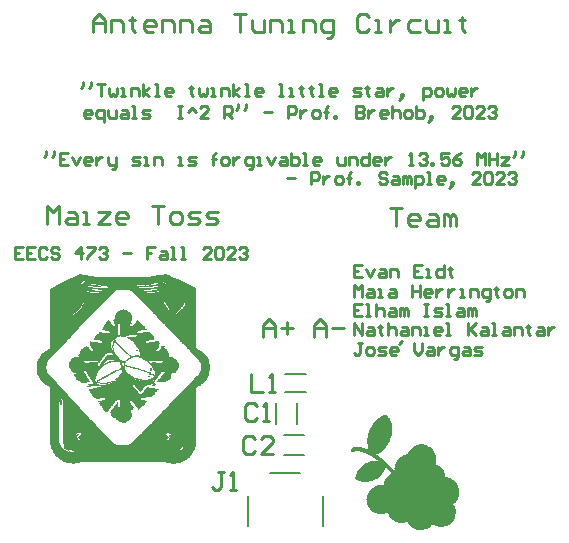
<source format=gto>
G04*
G04 #@! TF.GenerationSoftware,Altium Limited,Altium Designer,23.6.0 (18)*
G04*
G04 Layer_Color=65535*
%FSLAX25Y25*%
%MOIN*%
G70*
G04*
G04 #@! TF.SameCoordinates,22C025B0-BAA2-4450-BC7D-CF48B3E84608*
G04*
G04*
G04 #@! TF.FilePolarity,Positive*
G04*
G01*
G75*
%ADD10C,0.00787*%
%ADD11C,0.01000*%
G36*
X62551Y97151D02*
X62778Y97106D01*
X64541Y96247D01*
X64948Y96066D01*
X65242Y95953D01*
X65310Y95885D01*
X65604Y95772D01*
X65898Y95614D01*
X68475Y94348D01*
X70509Y93353D01*
X71821Y92675D01*
X71934Y92426D01*
X71889Y92245D01*
X71866Y88198D01*
X71889Y75063D01*
X71843Y74927D01*
X71889Y72938D01*
X72092Y72689D01*
X72183Y72599D01*
X72273Y72553D01*
X72363Y72463D01*
X72770Y72237D01*
X73403Y71875D01*
X73720Y71649D01*
X73810Y71604D01*
X73901Y71513D01*
X73991Y71468D01*
X74127Y71333D01*
X74217Y71287D01*
X74828Y70677D01*
X74873Y70587D01*
X75054Y70406D01*
X75099Y70315D01*
X75189Y70225D01*
X75235Y70134D01*
X75325Y70044D01*
X75687Y69411D01*
X76003Y68733D01*
X76116Y68439D01*
X76184Y68190D01*
X76229Y68009D01*
X76297Y67760D01*
X76342Y67580D01*
X76388Y67308D01*
X76410Y65432D01*
X76365Y65296D01*
X76297Y64867D01*
X76207Y64505D01*
X76161Y64279D01*
X76071Y64053D01*
X76003Y63804D01*
X75913Y63578D01*
X75732Y63171D01*
X75415Y62583D01*
X74760Y61702D01*
X74692Y61634D01*
X74647Y61543D01*
X73946Y60842D01*
X73856Y60797D01*
X73720Y60662D01*
X73629Y60616D01*
X73494Y60481D01*
X73403Y60435D01*
X73087Y60209D01*
X72996Y60164D01*
X72725Y59983D01*
X72137Y59667D01*
X71889Y59463D01*
X71866Y57723D01*
X71889Y55846D01*
X71843Y55710D01*
X71889Y46034D01*
X71843Y45898D01*
X71798Y40382D01*
X71753Y40246D01*
X71708Y39975D01*
X71662Y39839D01*
X71617Y39659D01*
X71391Y39071D01*
X71210Y38664D01*
X70894Y38076D01*
X70713Y37805D01*
X70668Y37714D01*
X70577Y37624D01*
X70397Y37307D01*
X70306Y37217D01*
X70261Y37126D01*
X70080Y36946D01*
X70035Y36855D01*
X69809Y36629D01*
X69763Y36539D01*
X69334Y36109D01*
X69243Y36064D01*
X68972Y35793D01*
X68882Y35747D01*
X68791Y35657D01*
X68701Y35612D01*
X68610Y35521D01*
X67977Y35160D01*
X67209Y34798D01*
X67118Y34753D01*
X66892Y34662D01*
X66531Y34572D01*
X66304Y34481D01*
X66123Y34436D01*
X65694Y34368D01*
X65423Y34323D01*
X64699Y34233D01*
X63953Y34210D01*
X63818Y34255D01*
X63094Y34301D01*
X62958Y34346D01*
X62574Y34413D01*
X62303Y34459D01*
X62077Y34549D01*
X61602Y34753D01*
X61376Y34707D01*
X61240Y34662D01*
X47494D01*
X33523Y34707D01*
X33387Y34753D01*
X33206Y34707D01*
X33116Y34617D01*
X32935Y34572D01*
X32618Y34481D01*
X32437Y34436D01*
X32144Y34368D01*
X31917Y34323D01*
X31307Y34255D01*
X29860Y34301D01*
X29724Y34346D01*
X29295Y34413D01*
X29024Y34459D01*
X28798Y34504D01*
X28504Y34617D01*
X28210Y34685D01*
X27961Y34798D01*
X27531Y34956D01*
X27464Y35024D01*
X26966Y35295D01*
X26401Y35725D01*
X26243Y35838D01*
X26107Y35974D01*
X26017Y36019D01*
X25655Y36380D01*
X25565Y36426D01*
X25180Y36810D01*
X25135Y36900D01*
X24909Y37126D01*
X24864Y37217D01*
X24773Y37307D01*
X24728Y37398D01*
X24638Y37488D01*
X24592Y37579D01*
X24276Y38076D01*
X24231Y38166D01*
X24050Y38483D01*
X23643Y39342D01*
X23507Y39659D01*
X23372Y40156D01*
X23326Y40337D01*
X23281Y40653D01*
X23236Y40834D01*
X23213Y53970D01*
X23236Y56253D01*
X23191Y56389D01*
X23236Y56524D01*
X23258Y59395D01*
X23213Y59576D01*
X23032Y59757D01*
X22354Y60119D01*
X22083Y60300D01*
X21993Y60345D01*
X21902Y60435D01*
X21676Y60571D01*
X21586Y60662D01*
X21495Y60707D01*
X21314Y60888D01*
X21224Y60933D01*
X20387Y61769D01*
X20342Y61860D01*
X20161Y62041D01*
X20116Y62131D01*
X20026Y62221D01*
X19980Y62312D01*
X19754Y62628D01*
X19709Y62719D01*
X19619Y62809D01*
X19573Y62900D01*
X19347Y63261D01*
X19166Y63668D01*
X19076Y63894D01*
X18963Y64188D01*
X18895Y64437D01*
X18850Y64618D01*
X18759Y64934D01*
X18714Y65115D01*
X18669Y66110D01*
X18714Y67512D01*
X18759Y67647D01*
X18850Y67964D01*
X18895Y68145D01*
X18963Y68393D01*
X19144Y68891D01*
X19415Y69433D01*
X19686Y69886D01*
X20048Y70428D01*
X20161Y70541D01*
X20206Y70632D01*
X20478Y70903D01*
X20523Y70993D01*
X20591Y71061D01*
X20681Y71106D01*
X21088Y71513D01*
X21179Y71559D01*
X21495Y71785D01*
X22354Y72237D01*
X22625Y72418D01*
X22716Y72463D01*
X23123Y72780D01*
X23191Y72983D01*
X23213Y74453D01*
X23191Y83925D01*
X23236Y84016D01*
X23191Y84151D01*
X23236Y88176D01*
X23191Y88311D01*
X23213Y92222D01*
X23191Y92471D01*
X23394Y92720D01*
X23711Y92901D01*
X26288Y94212D01*
X27418Y94755D01*
X27916Y94981D01*
X28006Y95026D01*
X28956Y95523D01*
X30086Y96066D01*
X31036Y96518D01*
X31126Y96563D01*
X31443Y96699D01*
X32437Y97151D01*
X32844Y97332D01*
X33749Y97287D01*
X33884Y97241D01*
X34201Y97151D01*
X34902Y97083D01*
X35128Y97038D01*
X35309Y96993D01*
X35670Y96948D01*
X36258Y96857D01*
X36665Y96812D01*
X37117Y96722D01*
X37728Y96654D01*
X38157Y96586D01*
X38881Y96495D01*
X44442Y96450D01*
X54051Y96428D01*
X54186Y96473D01*
X56402Y96518D01*
X56538Y96563D01*
X56877Y96631D01*
X57329Y96676D01*
X57826Y96767D01*
X58052Y96812D01*
X58957Y96948D01*
X59364Y96993D01*
X59545Y97038D01*
X60471Y97151D01*
X60856Y97219D01*
X61037Y97264D01*
X61647Y97332D01*
X62190Y97377D01*
X62551Y97151D01*
D02*
G37*
G36*
X135351Y50401D02*
X135413Y50464D01*
X135979Y49898D01*
X135916Y49835D01*
X136230Y49521D01*
X136167Y49458D01*
X136356Y49270D01*
X136293Y49207D01*
X136482Y49018D01*
X136419Y48956D01*
X136607Y48767D01*
X136544Y48704D01*
X136670Y48579D01*
X136607Y48516D01*
X136733Y48390D01*
X136670Y48327D01*
X136796Y48202D01*
X136733Y48139D01*
X136859Y48013D01*
X136796Y47950D01*
X136921Y47824D01*
X136859Y47762D01*
X136984Y47636D01*
X136922Y47573D01*
X136984Y47510D01*
X136921Y47447D01*
X137047Y47322D01*
X136984Y47259D01*
X137047Y47196D01*
X136984Y47133D01*
X137110Y47008D01*
X137047Y46945D01*
X137110Y46882D01*
X137047Y46819D01*
X137110Y46756D01*
X137047Y46693D01*
X137173Y46568D01*
X137110Y46505D01*
X137173Y46442D01*
X137110Y46379D01*
X137173Y46316D01*
X137110Y46253D01*
X137173Y46191D01*
X137110Y46128D01*
X137173Y46065D01*
X137110Y46002D01*
X137173Y45939D01*
X137110Y45877D01*
X137173Y45814D01*
X137110Y45751D01*
X137173Y45688D01*
X137110Y45625D01*
X137173Y45562D01*
X137110Y45500D01*
X137173Y45437D01*
X137110Y45374D01*
X137173Y45311D01*
X137110Y45248D01*
X137173Y45185D01*
X137110Y45122D01*
X137173Y45060D01*
X137110Y44997D01*
X137173Y44934D01*
X137110Y44871D01*
X137173Y44808D01*
X137047Y44683D01*
X137110Y44620D01*
X137047Y44557D01*
X137110Y44494D01*
X137047Y44431D01*
X137110Y44368D01*
X137047Y44306D01*
X137110Y44243D01*
X136984Y44117D01*
X137047Y44054D01*
X136984Y43991D01*
X137047Y43929D01*
X136921Y43803D01*
X136984Y43740D01*
X136922Y43677D01*
X136984Y43614D01*
X136859Y43489D01*
X136921Y43426D01*
X136859Y43363D01*
X136922Y43300D01*
X136796Y43174D01*
X136859Y43112D01*
X136733Y42986D01*
X136796Y42923D01*
X136670Y42797D01*
X136733Y42735D01*
X136607Y42609D01*
X136670Y42546D01*
X136544Y42420D01*
X136607Y42358D01*
X136482Y42232D01*
X136544Y42169D01*
X136419Y42043D01*
X136482Y41980D01*
X136293Y41792D01*
X136356Y41729D01*
X136167Y41541D01*
X136230Y41478D01*
X136042Y41289D01*
X136105Y41226D01*
X135916Y41038D01*
X135979Y40975D01*
X135728Y40724D01*
X135790Y40661D01*
X135539Y40409D01*
X135602Y40347D01*
X135225Y39970D01*
X135288Y39907D01*
X134722Y39341D01*
X134785Y39278D01*
X134031Y38524D01*
X133968Y38587D01*
X133465Y38085D01*
X133403Y38147D01*
X133088Y37833D01*
X133026Y37896D01*
X132774Y37645D01*
X132711Y37707D01*
X132523Y37519D01*
X132460Y37582D01*
X132271Y37393D01*
X132209Y37456D01*
X132083Y37330D01*
X132020Y37393D01*
X131957Y37330D01*
X132271Y37016D01*
X132334Y37079D01*
X132711Y36702D01*
X132774Y36765D01*
X133214Y36325D01*
X133277Y36388D01*
X133780Y35885D01*
X133842Y35948D01*
X134408Y35383D01*
X134471Y35445D01*
X135225Y34691D01*
X135288Y34754D01*
X136544Y33497D01*
X136607Y33560D01*
X137927Y32241D01*
X137990Y32303D01*
X137927Y32366D01*
X137990Y32429D01*
X137927Y32492D01*
X137990Y32555D01*
X137927Y32618D01*
X137990Y32680D01*
X137927Y32743D01*
X137990Y32806D01*
X137927Y32869D01*
X137990Y32932D01*
X137927Y32995D01*
X137990Y33057D01*
X137927Y33120D01*
X138052Y33246D01*
X137990Y33309D01*
X138052Y33372D01*
X137990Y33434D01*
X138115Y33560D01*
X138052Y33623D01*
X138115Y33686D01*
X138052Y33749D01*
X138178Y33874D01*
X138115Y33937D01*
X138241Y34063D01*
X138178Y34126D01*
X138367Y34314D01*
X138304Y34377D01*
X138430Y34503D01*
X138367Y34566D01*
X138555Y34754D01*
X138492Y34817D01*
X138807Y35131D01*
X138744Y35194D01*
X139309Y35759D01*
X139246Y35822D01*
X139435Y36011D01*
X139498Y35948D01*
X140063Y36514D01*
X140126Y36451D01*
X140378Y36702D01*
X140440Y36639D01*
X140629Y36828D01*
X140692Y36765D01*
X140880Y36953D01*
X140943Y36891D01*
X141069Y37016D01*
X141132Y36953D01*
X141257Y37079D01*
X141320Y37016D01*
X141446Y37142D01*
X141509Y37079D01*
X141634Y37205D01*
X141697Y37142D01*
X141760Y37205D01*
X141823Y37142D01*
X141948Y37268D01*
X142011Y37205D01*
X142074Y37268D01*
X142137Y37205D01*
X142200Y37268D01*
X142263Y37205D01*
X142514Y37456D01*
X142451Y37519D01*
X142577Y37645D01*
X142514Y37707D01*
X142703Y37896D01*
X142640Y37959D01*
X142891Y38210D01*
X142828Y38273D01*
X143080Y38524D01*
X143017Y38587D01*
X144211Y39781D01*
X144274Y39718D01*
X144525Y39970D01*
X144588Y39907D01*
X144839Y40158D01*
X144902Y40095D01*
X145028Y40221D01*
X145090Y40158D01*
X145279Y40347D01*
X145342Y40284D01*
X145467Y40409D01*
X145530Y40347D01*
X145656Y40472D01*
X145719Y40409D01*
X145844Y40535D01*
X145907Y40472D01*
X145970Y40535D01*
X146033Y40472D01*
X146159Y40598D01*
X146222Y40535D01*
X146284Y40598D01*
X146347Y40535D01*
X146410Y40598D01*
X146473Y40535D01*
X146599Y40661D01*
X146661Y40598D01*
X146724Y40661D01*
X146787Y40598D01*
X146850Y40661D01*
X146913Y40598D01*
X146976Y40661D01*
X147038Y40598D01*
X147101Y40661D01*
X147164Y40598D01*
X147227Y40661D01*
X147290Y40598D01*
X147353Y40661D01*
X147478Y40535D01*
X147541Y40598D01*
X147604Y40535D01*
X147667Y40598D01*
X147730Y40535D01*
X147792Y40598D01*
X147918Y40472D01*
X147981Y40535D01*
X148044Y40472D01*
X148107Y40535D01*
X148232Y40409D01*
X148295Y40472D01*
X148421Y40347D01*
X148484Y40409D01*
X148609Y40284D01*
X148672Y40347D01*
X148798Y40221D01*
X148861Y40284D01*
X148986Y40158D01*
X149049Y40221D01*
X149238Y40033D01*
X149301Y40095D01*
X149552Y39844D01*
X149615Y39907D01*
X149992Y39530D01*
X150055Y39593D01*
X150809Y38839D01*
X150746Y38776D01*
X151123Y38399D01*
X151060Y38336D01*
X151312Y38085D01*
X151249Y38022D01*
X151437Y37833D01*
X151374Y37770D01*
X151437Y37707D01*
X151563Y37582D01*
X151500Y37519D01*
X151626Y37393D01*
X151563Y37330D01*
X151689Y37205D01*
X151626Y37142D01*
X151751Y37016D01*
X151689Y36953D01*
X151751Y36891D01*
X151689Y36828D01*
X151814Y36702D01*
X151751Y36639D01*
X151814Y36576D01*
X151751Y36514D01*
X151877Y36388D01*
X151814Y36325D01*
X151877Y36262D01*
X151814Y36199D01*
X151877Y36136D01*
X151814Y36074D01*
X151877Y36011D01*
X151814Y35948D01*
X151877Y35885D01*
X151814Y35822D01*
X151877Y35759D01*
X151814Y35697D01*
X151877Y35634D01*
X151814Y35571D01*
X151877Y35508D01*
X151814Y35445D01*
X151877Y35383D01*
X151814Y35320D01*
X151877Y35257D01*
X151814Y35194D01*
X151877Y35131D01*
X151751Y35005D01*
X151814Y34943D01*
X151751Y34880D01*
X151814Y34817D01*
X151689Y34691D01*
X151751Y34628D01*
X151689Y34565D01*
X151751Y34503D01*
X151626Y34377D01*
X151689Y34314D01*
X151563Y34189D01*
X151626Y34126D01*
X151500Y34000D01*
X151626Y33874D01*
X151689Y33937D01*
X151814Y33812D01*
X151877Y33874D01*
X152066Y33686D01*
X152128Y33749D01*
X152254Y33623D01*
X152317Y33686D01*
X152505Y33497D01*
X152568Y33560D01*
X152820Y33309D01*
X152882Y33372D01*
X153322Y32932D01*
X153385Y32995D01*
X153951Y32429D01*
X153888Y32366D01*
X154328Y31926D01*
X154265Y31863D01*
X154516Y31612D01*
X154453Y31549D01*
X154642Y31361D01*
X154579Y31298D01*
X154768Y31109D01*
X154705Y31047D01*
X154830Y30921D01*
X154768Y30858D01*
X154893Y30732D01*
X154830Y30670D01*
X154956Y30544D01*
X154893Y30481D01*
X154956Y30418D01*
X154893Y30355D01*
X155019Y30230D01*
X154956Y30167D01*
X155019Y30104D01*
X154956Y30041D01*
X155082Y29915D01*
X155019Y29853D01*
X155082Y29790D01*
X155019Y29727D01*
X155145Y29601D01*
X155208Y29664D01*
X155270Y29601D01*
X155333Y29664D01*
X155459Y29539D01*
X155522Y29601D01*
X155585Y29539D01*
X155647Y29601D01*
X155710Y29539D01*
X155773Y29601D01*
X155899Y29476D01*
X155962Y29539D01*
X156087Y29413D01*
X156150Y29476D01*
X156276Y29350D01*
X156339Y29413D01*
X156464Y29287D01*
X156527Y29350D01*
X156653Y29224D01*
X156716Y29287D01*
X156904Y29099D01*
X156967Y29161D01*
X157156Y28973D01*
X157218Y29036D01*
X157533Y28722D01*
X157595Y28784D01*
X158726Y27653D01*
X158664Y27591D01*
X158978Y27276D01*
X158915Y27213D01*
X159104Y27025D01*
X159041Y26962D01*
X159229Y26774D01*
X159166Y26711D01*
X159292Y26585D01*
X159229Y26522D01*
X159355Y26397D01*
X159292Y26334D01*
X159418Y26208D01*
X159355Y26145D01*
X159481Y26019D01*
X159418Y25957D01*
X159543Y25831D01*
X159481Y25768D01*
X159543Y25705D01*
X159481Y25642D01*
X159543Y25580D01*
X159481Y25517D01*
X159606Y25391D01*
X159543Y25328D01*
X159606Y25265D01*
X159543Y25203D01*
X159606Y25140D01*
X159543Y25077D01*
X159606Y25014D01*
X159543Y24951D01*
X159606Y24888D01*
X159543Y24826D01*
X159606Y24763D01*
X159543Y24700D01*
X159606Y24637D01*
X159543Y24574D01*
X159606Y24511D01*
X159543Y24449D01*
X159606Y24386D01*
X159543Y24323D01*
X159606Y24260D01*
X159543Y24197D01*
X159606Y24134D01*
X159481Y24009D01*
X159543Y23946D01*
X159481Y23883D01*
X159543Y23820D01*
X159418Y23695D01*
X159481Y23632D01*
X159418Y23569D01*
X159481Y23506D01*
X159355Y23380D01*
X159418Y23317D01*
X159292Y23192D01*
X159355Y23129D01*
X159166Y22940D01*
X159229Y22878D01*
X159104Y22752D01*
X159166Y22689D01*
X158978Y22501D01*
X159041Y22438D01*
X158726Y22124D01*
X158789Y22061D01*
X158287Y21558D01*
X158349Y21495D01*
X158098Y21244D01*
X158035Y21307D01*
X157533Y20804D01*
X157595Y20741D01*
X157533Y20678D01*
X157847Y20364D01*
X157784Y20301D01*
X157972Y20113D01*
X157910Y20050D01*
X158035Y19924D01*
X157972Y19861D01*
X158161Y19673D01*
X158098Y19610D01*
X158224Y19484D01*
X158161Y19421D01*
X158287Y19296D01*
X158224Y19233D01*
X158287Y19170D01*
X158224Y19107D01*
X158349Y18982D01*
X158287Y18919D01*
X158349Y18856D01*
X158287Y18793D01*
X158412Y18667D01*
X158349Y18605D01*
X158412Y18542D01*
X158349Y18479D01*
X158412Y18416D01*
X158349Y18353D01*
X158412Y18290D01*
X158349Y18227D01*
X158412Y18165D01*
X158349Y18102D01*
X158412Y18039D01*
X158349Y17976D01*
X158412Y17913D01*
X158349Y17851D01*
X158412Y17788D01*
X158349Y17725D01*
X158412Y17662D01*
X158349Y17599D01*
X158412Y17536D01*
X158349Y17473D01*
X158412Y17411D01*
X158287Y17285D01*
X158349Y17222D01*
X158287Y17159D01*
X158349Y17096D01*
X158224Y16971D01*
X158287Y16908D01*
X158224Y16845D01*
X158287Y16782D01*
X158161Y16657D01*
X158224Y16594D01*
X158098Y16468D01*
X158161Y16405D01*
X158035Y16280D01*
X158098Y16217D01*
X157972Y16091D01*
X158035Y16028D01*
X157847Y15840D01*
X157910Y15777D01*
X157658Y15526D01*
X157721Y15463D01*
X157407Y15148D01*
X157470Y15086D01*
X156464Y14080D01*
X156401Y14143D01*
X156087Y13829D01*
X156024Y13892D01*
X155773Y13640D01*
X155710Y13703D01*
X155585Y13577D01*
X155522Y13640D01*
X155333Y13452D01*
X155270Y13515D01*
X155145Y13389D01*
X155082Y13452D01*
X154956Y13326D01*
X154893Y13389D01*
X154768Y13263D01*
X154705Y13326D01*
X154642Y13263D01*
X154579Y13326D01*
X154453Y13200D01*
X154391Y13263D01*
X154328Y13200D01*
X154265Y13263D01*
X154202Y13200D01*
X154139Y13263D01*
X154014Y13138D01*
X153951Y13200D01*
X153888Y13138D01*
X153825Y13200D01*
X153762Y13138D01*
X153699Y13200D01*
X153637Y13138D01*
X153574Y13200D01*
X153511Y13138D01*
X153448Y13200D01*
X153385Y13138D01*
X153322Y13200D01*
X153260Y13138D01*
X153197Y13200D01*
X153134Y13138D01*
X153071Y13200D01*
X153008Y13138D01*
X152882Y13263D01*
X152820Y13200D01*
X152757Y13263D01*
X152694Y13200D01*
X152568Y13326D01*
X152505Y13263D01*
X152443Y13326D01*
X152380Y13263D01*
X152254Y13389D01*
X152191Y13326D01*
X152066Y13452D01*
X152003Y13389D01*
X151877Y13515D01*
X151814Y13452D01*
X151689Y13577D01*
X151626Y13515D01*
X151437Y13703D01*
X151374Y13640D01*
X151186Y13829D01*
X151123Y13766D01*
X150809Y14080D01*
X150746Y14017D01*
X150620Y14143D01*
X150055Y13577D01*
X150118Y13515D01*
X150055Y13452D01*
X149992Y13515D01*
X149364Y12886D01*
X149301Y12949D01*
X149049Y12698D01*
X148986Y12761D01*
X148798Y12572D01*
X148735Y12635D01*
X148547Y12446D01*
X148484Y12509D01*
X148358Y12383D01*
X148295Y12446D01*
X148170Y12321D01*
X148107Y12383D01*
X147981Y12258D01*
X147918Y12321D01*
X147792Y12195D01*
X147730Y12258D01*
X147604Y12132D01*
X147541Y12195D01*
X147478Y12132D01*
X147415Y12195D01*
X147353Y12132D01*
X147290Y12195D01*
X147164Y12069D01*
X147101Y12132D01*
X147038Y12069D01*
X146976Y12132D01*
X146913Y12069D01*
X146850Y12132D01*
X146787Y12069D01*
X146724Y12132D01*
X146661Y12069D01*
X146599Y12132D01*
X146536Y12069D01*
X146473Y12132D01*
X146410Y12069D01*
X146347Y12132D01*
X146284Y12069D01*
X146222Y12132D01*
X146159Y12069D01*
X146096Y12132D01*
X146033Y12069D01*
X145907Y12195D01*
X145844Y12132D01*
X145782Y12195D01*
X145719Y12132D01*
X145593Y12258D01*
X145530Y12195D01*
X145467Y12258D01*
X145405Y12195D01*
X145279Y12321D01*
X145216Y12258D01*
X145090Y12383D01*
X145028Y12321D01*
X144902Y12446D01*
X144839Y12383D01*
X144651Y12572D01*
X144588Y12509D01*
X144399Y12698D01*
X144336Y12635D01*
X144148Y12823D01*
X144085Y12761D01*
X143771Y13075D01*
X143708Y13012D01*
X142703Y14017D01*
X142765Y14080D01*
X142451Y14394D01*
X142514Y14457D01*
X142326Y14646D01*
X142388Y14708D01*
X142200Y14897D01*
X142137Y14834D01*
X142074Y14897D01*
X141948Y14771D01*
X141886Y14834D01*
X141760Y14709D01*
X141697Y14771D01*
X141571Y14646D01*
X141509Y14708D01*
X141446Y14646D01*
X141383Y14709D01*
X141257Y14583D01*
X141194Y14646D01*
X141132Y14583D01*
X141069Y14646D01*
X140943Y14520D01*
X140880Y14583D01*
X140817Y14520D01*
X140755Y14583D01*
X140692Y14520D01*
X140629Y14583D01*
X140566Y14520D01*
X140503Y14583D01*
X140440Y14520D01*
X140378Y14583D01*
X140315Y14520D01*
X140252Y14583D01*
X140189Y14520D01*
X140126Y14583D01*
X140063Y14520D01*
X140000Y14583D01*
X139938Y14520D01*
X139875Y14583D01*
X139812Y14520D01*
X139686Y14646D01*
X139623Y14583D01*
X139561Y14646D01*
X139498Y14583D01*
X139435Y14646D01*
X139372Y14583D01*
X139246Y14708D01*
X139184Y14646D01*
X139058Y14771D01*
X138995Y14708D01*
X138869Y14834D01*
X138807Y14771D01*
X138681Y14897D01*
X138618Y14834D01*
X138492Y14960D01*
X138430Y14897D01*
X138241Y15086D01*
X138178Y15023D01*
X137990Y15211D01*
X137927Y15148D01*
X137675Y15400D01*
X137613Y15337D01*
X136293Y16657D01*
X136356Y16719D01*
X136105Y16971D01*
X136167Y17034D01*
X135979Y17222D01*
X136042Y17285D01*
X135853Y17473D01*
X135916Y17536D01*
X135790Y17662D01*
X135853Y17725D01*
X135728Y17851D01*
X135790Y17913D01*
X135728Y17976D01*
X135602Y17851D01*
X135539Y17913D01*
X135351Y17725D01*
X135288Y17788D01*
X135162Y17662D01*
X135099Y17725D01*
X134974Y17599D01*
X134911Y17662D01*
X134785Y17536D01*
X134722Y17599D01*
X134659Y17536D01*
X134596Y17599D01*
X134471Y17473D01*
X134408Y17536D01*
X134345Y17473D01*
X134282Y17536D01*
X134157Y17411D01*
X134094Y17473D01*
X134031Y17411D01*
X133968Y17473D01*
X133905Y17411D01*
X133842Y17473D01*
X133780Y17411D01*
X133717Y17473D01*
X133654Y17411D01*
X133591Y17473D01*
X133528Y17411D01*
X133465Y17473D01*
X133403Y17411D01*
X133340Y17473D01*
X133277Y17411D01*
X133214Y17473D01*
X133151Y17411D01*
X133088Y17473D01*
X133026Y17411D01*
X132963Y17473D01*
X132900Y17411D01*
X132774Y17536D01*
X132711Y17473D01*
X132648Y17536D01*
X132586Y17473D01*
X132460Y17599D01*
X132397Y17536D01*
X132334Y17599D01*
X132271Y17536D01*
X132146Y17662D01*
X132083Y17599D01*
X131957Y17725D01*
X131894Y17662D01*
X131769Y17788D01*
X131706Y17725D01*
X131517Y17913D01*
X131455Y17851D01*
X131266Y18039D01*
X131203Y17976D01*
X130952Y18227D01*
X130889Y18165D01*
X130512Y18542D01*
X130449Y18479D01*
X129695Y19233D01*
X129758Y19296D01*
X129381Y19673D01*
X129444Y19736D01*
X129255Y19924D01*
X129318Y19987D01*
X129130Y20176D01*
X129192Y20238D01*
X129004Y20427D01*
X129067Y20490D01*
X128941Y20615D01*
X129004Y20678D01*
X128878Y20804D01*
X128941Y20867D01*
X128815Y20992D01*
X128878Y21055D01*
X128752Y21181D01*
X128815Y21244D01*
X128752Y21307D01*
X128815Y21370D01*
X128690Y21495D01*
X128752Y21558D01*
X128690Y21621D01*
X128752Y21684D01*
X128690Y21746D01*
X128752Y21809D01*
X128690Y21872D01*
X128752Y21935D01*
X128690Y21998D01*
X128752Y22061D01*
X128627Y22186D01*
X128690Y22249D01*
X128627Y22312D01*
X128690Y22375D01*
X128627Y22438D01*
X128752Y22563D01*
X128690Y22626D01*
X128752Y22689D01*
X128690Y22752D01*
X128752Y22815D01*
X128690Y22878D01*
X128752Y22940D01*
X128690Y23003D01*
X128815Y23129D01*
X128752Y23192D01*
X128815Y23255D01*
X128752Y23317D01*
X128878Y23443D01*
X128815Y23506D01*
X128941Y23632D01*
X128878Y23695D01*
X128941Y23757D01*
X128878Y23820D01*
X129067Y24009D01*
X129004Y24071D01*
X129130Y24197D01*
X129067Y24260D01*
X129255Y24449D01*
X129192Y24511D01*
X129381Y24700D01*
X129318Y24763D01*
X129632Y25077D01*
X129569Y25140D01*
X130638Y26208D01*
X130700Y26145D01*
X131015Y26459D01*
X131077Y26397D01*
X131329Y26648D01*
X131392Y26585D01*
X131517Y26711D01*
X131580Y26648D01*
X131769Y26836D01*
X131832Y26774D01*
X131957Y26899D01*
X132020Y26836D01*
X132146Y26962D01*
X132209Y26899D01*
X132334Y27025D01*
X132397Y26962D01*
X132460Y27025D01*
X132523Y26962D01*
X132648Y27088D01*
X132711Y27025D01*
X132774Y27088D01*
X132837Y27025D01*
X132900Y27088D01*
X132963Y27025D01*
X133088Y27151D01*
X133151Y27088D01*
X133214Y27151D01*
X133277Y27088D01*
X133340Y27151D01*
X133403Y27088D01*
X133465Y27151D01*
X133528Y27088D01*
X133591Y27151D01*
X133654Y27088D01*
X133717Y27151D01*
X133780Y27088D01*
X133842Y27151D01*
X133905Y27088D01*
X133968Y27151D01*
X134094Y27025D01*
X134157Y27088D01*
X134219Y27025D01*
X134345Y27151D01*
X134282Y27213D01*
X134345Y27276D01*
X134282Y27339D01*
X134345Y27402D01*
X134282Y27465D01*
X134408Y27591D01*
X134345Y27653D01*
X134408Y27716D01*
X134345Y27779D01*
X134471Y27905D01*
X134408Y27968D01*
X134471Y28030D01*
X134408Y28093D01*
X134534Y28219D01*
X134471Y28282D01*
X134596Y28407D01*
X134534Y28470D01*
X134722Y28659D01*
X134659Y28722D01*
X134785Y28847D01*
X134722Y28910D01*
X134974Y29161D01*
X134911Y29224D01*
X135162Y29476D01*
X135099Y29539D01*
X136356Y30795D01*
X136419Y30732D01*
X136670Y30984D01*
X136733Y30921D01*
X136984Y31172D01*
X135539Y32618D01*
X135476Y32555D01*
X135036Y32995D01*
X134911Y32869D01*
X134974Y32806D01*
X134848Y32680D01*
X134911Y32618D01*
X134785Y32492D01*
X134848Y32429D01*
X134659Y32241D01*
X134722Y32178D01*
X134534Y31989D01*
X134596Y31926D01*
X134408Y31738D01*
X134471Y31675D01*
X134219Y31424D01*
X134282Y31361D01*
X133905Y30984D01*
X133968Y30921D01*
X132837Y29790D01*
X132774Y29853D01*
X132397Y29476D01*
X132334Y29539D01*
X132020Y29224D01*
X131957Y29287D01*
X131706Y29036D01*
X131643Y29099D01*
X131455Y28910D01*
X131392Y28973D01*
X131266Y28847D01*
X131203Y28910D01*
X131015Y28722D01*
X130952Y28784D01*
X130826Y28659D01*
X130763Y28722D01*
X130575Y28533D01*
X130512Y28596D01*
X130386Y28470D01*
X130323Y28533D01*
X130198Y28407D01*
X130135Y28470D01*
X130072Y28407D01*
X130009Y28470D01*
X129884Y28345D01*
X129821Y28407D01*
X129695Y28282D01*
X129632Y28345D01*
X129569Y28282D01*
X129507Y28345D01*
X129381Y28219D01*
X129318Y28282D01*
X129255Y28219D01*
X129192Y28282D01*
X129130Y28219D01*
X129067Y28282D01*
X128941Y28156D01*
X128878Y28219D01*
X128815Y28156D01*
X128752Y28219D01*
X128690Y28156D01*
X128627Y28219D01*
X128564Y28156D01*
X128501Y28219D01*
X128438Y28156D01*
X128375Y28219D01*
X128313Y28156D01*
X128250Y28219D01*
X128187Y28156D01*
X128124Y28219D01*
X128061Y28156D01*
X127998Y28219D01*
X127936Y28156D01*
X127873Y28219D01*
X127810Y28156D01*
X127747Y28219D01*
X127684Y28156D01*
X127621Y28219D01*
X127559Y28156D01*
X127496Y28219D01*
X127433Y28156D01*
X127370Y28219D01*
X127307Y28156D01*
X127181Y28282D01*
X127119Y28219D01*
X127056Y28282D01*
X126993Y28219D01*
X126867Y28345D01*
X126804Y28282D01*
X126742Y28345D01*
X126679Y28282D01*
X126553Y28407D01*
X126490Y28345D01*
X126365Y28470D01*
X126302Y28407D01*
X126176Y28533D01*
X126113Y28470D01*
X125988Y28596D01*
X125925Y28533D01*
X125736Y28722D01*
X125673Y28659D01*
X125422Y28910D01*
X125359Y28847D01*
X124919Y29287D01*
X124982Y29350D01*
X124856Y29476D01*
X124919Y29539D01*
X124856Y29601D01*
X124982Y29727D01*
X124919Y29790D01*
X124982Y29853D01*
X124919Y29915D01*
X124982Y29978D01*
X124919Y30041D01*
X125045Y30167D01*
X124982Y30230D01*
X125045Y30292D01*
X124982Y30355D01*
X125108Y30481D01*
X125045Y30544D01*
X125171Y30670D01*
X125108Y30732D01*
X125233Y30858D01*
X125171Y30921D01*
X125359Y31109D01*
X125296Y31172D01*
X125422Y31298D01*
X125359Y31361D01*
X125610Y31612D01*
X125548Y31675D01*
X125799Y31926D01*
X125736Y31989D01*
X126113Y32366D01*
X126050Y32429D01*
X127181Y33560D01*
X127244Y33497D01*
X127684Y33937D01*
X127747Y33874D01*
X127998Y34126D01*
X128061Y34063D01*
X128313Y34314D01*
X128375Y34251D01*
X128564Y34440D01*
X128627Y34377D01*
X128815Y34565D01*
X128878Y34503D01*
X129004Y34628D01*
X129067Y34566D01*
X129255Y34754D01*
X129318Y34691D01*
X129444Y34817D01*
X129507Y34754D01*
X129632Y34880D01*
X129695Y34817D01*
X129821Y34943D01*
X129884Y34880D01*
X130009Y35005D01*
X130072Y34943D01*
X130135Y35005D01*
X130198Y34943D01*
X130323Y35068D01*
X130386Y35005D01*
X130449Y35068D01*
X130512Y35005D01*
X130638Y35131D01*
X130700Y35068D01*
X130763Y35131D01*
X130826Y35068D01*
X130889Y35131D01*
X130952Y35068D01*
X131078Y35194D01*
X131140Y35131D01*
X131203Y35194D01*
X131266Y35131D01*
X131329Y35194D01*
X131392Y35131D01*
X131455Y35194D01*
X131517Y35131D01*
X131580Y35194D01*
X131643Y35131D01*
X131706Y35194D01*
X131769Y35131D01*
X131832Y35194D01*
X131894Y35131D01*
X131957Y35194D01*
X132020Y35131D01*
X132083Y35194D01*
X132146Y35131D01*
X132209Y35194D01*
X132271Y35131D01*
X132334Y35194D01*
X132397Y35131D01*
X132460Y35194D01*
X132334Y35320D01*
X132271Y35257D01*
X131832Y35697D01*
X131769Y35634D01*
X131392Y36011D01*
X131329Y35948D01*
X131015Y36262D01*
X130952Y36199D01*
X130700Y36451D01*
X130638Y36388D01*
X130323Y36702D01*
X130261Y36639D01*
X130009Y36891D01*
X129946Y36828D01*
X129758Y37016D01*
X129695Y36953D01*
X129444Y37205D01*
X129381Y37142D01*
X129192Y37330D01*
X129130Y37268D01*
X128941Y37456D01*
X128878Y37393D01*
X128690Y37582D01*
X128627Y37519D01*
X128438Y37707D01*
X128375Y37645D01*
X128250Y37770D01*
X128187Y37707D01*
X128061Y37833D01*
X127998Y37770D01*
X127810Y37959D01*
X127747Y37896D01*
X127621Y38022D01*
X127559Y37959D01*
X127433Y38085D01*
X127370Y38022D01*
X127244Y38147D01*
X127181Y38085D01*
X127119Y38147D01*
X127056Y38085D01*
X126930Y38210D01*
X126867Y38147D01*
X126742Y38273D01*
X126679Y38210D01*
X126616Y38273D01*
X126553Y38210D01*
X126427Y38336D01*
X126365Y38273D01*
X126302Y38336D01*
X126239Y38273D01*
X126176Y38336D01*
X126113Y38273D01*
X126050Y38336D01*
X125988Y38273D01*
X125862Y38399D01*
X125799Y38336D01*
X125736Y38399D01*
X125673Y38336D01*
X125610Y38399D01*
X125548Y38336D01*
X125485Y38399D01*
X125422Y38336D01*
X125359Y38399D01*
X125296Y38336D01*
X125233Y38399D01*
X125108Y38273D01*
X125045Y38336D01*
X124982Y38273D01*
X124919Y38336D01*
X124856Y38273D01*
X124794Y38336D01*
X124668Y38210D01*
X124605Y38273D01*
X124479Y38147D01*
X124417Y38210D01*
X124291Y38085D01*
X124228Y38147D01*
X124165Y38085D01*
X124102Y38147D01*
X124039Y38085D01*
X123914Y38210D01*
X123851Y38147D01*
X123474Y38524D01*
X123537Y38587D01*
X123411Y38713D01*
X123474Y38776D01*
X123411Y38839D01*
X123474Y38901D01*
X123411Y38964D01*
X123537Y39090D01*
X123474Y39153D01*
X123851Y39530D01*
X123914Y39467D01*
X124039Y39593D01*
X124102Y39530D01*
X124228Y39656D01*
X124291Y39593D01*
X124354Y39656D01*
X124417Y39593D01*
X124542Y39718D01*
X124605Y39656D01*
X124668Y39718D01*
X124731Y39656D01*
X124856Y39781D01*
X124919Y39718D01*
X124982Y39781D01*
X125045Y39718D01*
X125108Y39781D01*
X125171Y39718D01*
X125233Y39781D01*
X125296Y39718D01*
X125359Y39781D01*
X125422Y39718D01*
X125485Y39781D01*
X125548Y39718D01*
X125610Y39781D01*
X125673Y39718D01*
X125736Y39781D01*
X125799Y39718D01*
X125862Y39781D01*
X125925Y39718D01*
X125988Y39781D01*
X126050Y39718D01*
X126113Y39781D01*
X126176Y39718D01*
X126239Y39781D01*
X126302Y39718D01*
X126365Y39781D01*
X126490Y39656D01*
X126553Y39718D01*
X126616Y39656D01*
X126679Y39718D01*
X126804Y39593D01*
X126867Y39656D01*
X126930Y39593D01*
X126993Y39656D01*
X127119Y39530D01*
X127181Y39593D01*
X127244Y39530D01*
X127307Y39593D01*
X127433Y39467D01*
X127496Y39530D01*
X127621Y39404D01*
X127684Y39467D01*
X127810Y39341D01*
X127873Y39404D01*
X127998Y39278D01*
X128061Y39341D01*
X128187Y39216D01*
X128250Y39278D01*
X128375Y39153D01*
X128438Y39216D01*
X128564Y39090D01*
X128627Y39153D01*
X128815Y38964D01*
X128878Y39027D01*
X129004Y38901D01*
X129067Y38964D01*
X129255Y38776D01*
X129318Y38839D01*
X129444Y38713D01*
X129507Y38776D01*
X129444Y38839D01*
X129507Y38901D01*
X129318Y39090D01*
X129381Y39153D01*
X129255Y39278D01*
X129318Y39341D01*
X129255Y39404D01*
X129318Y39467D01*
X129192Y39593D01*
X129255Y39656D01*
X129130Y39781D01*
X129192Y39844D01*
X129067Y39970D01*
X129130Y40033D01*
X129067Y40095D01*
X129130Y40158D01*
X129004Y40284D01*
X129067Y40347D01*
X129004Y40409D01*
X129067Y40472D01*
X129004Y40535D01*
X129067Y40598D01*
X128941Y40724D01*
X129004Y40787D01*
X128941Y40849D01*
X129004Y40912D01*
X128941Y40975D01*
X129004Y41038D01*
X128878Y41164D01*
X128941Y41226D01*
X128878Y41289D01*
X128941Y41352D01*
X128878Y41415D01*
X128941Y41478D01*
X128878Y41541D01*
X128941Y41603D01*
X128878Y41666D01*
X128941Y41729D01*
X128878Y41792D01*
X128941Y41855D01*
X128878Y41918D01*
X128941Y41980D01*
X128878Y42043D01*
X128941Y42106D01*
X128878Y42169D01*
X128941Y42232D01*
X128878Y42295D01*
X128941Y42358D01*
X128878Y42420D01*
X128941Y42483D01*
X128878Y42546D01*
X128941Y42609D01*
X128878Y42672D01*
X129004Y42797D01*
X128941Y42860D01*
X129004Y42923D01*
X128941Y42986D01*
X129004Y43049D01*
X128941Y43112D01*
X129004Y43174D01*
X128941Y43237D01*
X129067Y43363D01*
X129004Y43426D01*
X129067Y43489D01*
X129004Y43551D01*
X129130Y43677D01*
X129067Y43740D01*
X129130Y43803D01*
X129067Y43866D01*
X129192Y43991D01*
X129130Y44054D01*
X129192Y44117D01*
X129130Y44180D01*
X129255Y44306D01*
X129192Y44368D01*
X129318Y44494D01*
X129255Y44557D01*
X129381Y44683D01*
X129318Y44745D01*
X129444Y44871D01*
X129381Y44934D01*
X129507Y45060D01*
X129444Y45122D01*
X129569Y45248D01*
X129507Y45311D01*
X129695Y45500D01*
X129632Y45562D01*
X129758Y45688D01*
X129695Y45751D01*
X129884Y45939D01*
X129821Y46002D01*
X130009Y46191D01*
X129946Y46253D01*
X130135Y46442D01*
X130072Y46505D01*
X130323Y46756D01*
X130261Y46819D01*
X130512Y47070D01*
X130449Y47133D01*
X130763Y47447D01*
X130700Y47510D01*
X131266Y48076D01*
X131203Y48139D01*
X132083Y49018D01*
X132146Y48956D01*
X132648Y49458D01*
X132711Y49395D01*
X133026Y49710D01*
X133088Y49647D01*
X133340Y49898D01*
X133403Y49835D01*
X133591Y50024D01*
X133654Y49961D01*
X133842Y50150D01*
X133905Y50087D01*
X134031Y50212D01*
X134094Y50150D01*
X134219Y50275D01*
X134282Y50212D01*
X134408Y50338D01*
X134471Y50275D01*
X134596Y50401D01*
X134659Y50338D01*
X134785Y50464D01*
X134848Y50401D01*
X134911Y50464D01*
X134974Y50401D01*
X135099Y50526D01*
X135162Y50464D01*
X135225Y50526D01*
X135351Y50401D01*
D02*
G37*
%LPC*%
G36*
X36281Y94483D02*
X36055Y94438D01*
X36032Y94370D01*
Y94325D01*
X36281Y94212D01*
X36462Y94167D01*
X36575Y94189D01*
X36281Y94483D01*
D02*
G37*
G36*
X34698Y94981D02*
X34337Y94936D01*
X33749Y94619D01*
X33500Y94415D01*
X33455Y94235D01*
X33477Y94122D01*
X33704Y94167D01*
X34156Y94483D01*
X34201D01*
X34223Y94506D01*
X34449Y94596D01*
X34698Y94709D01*
X34879Y94755D01*
X34947Y94868D01*
X34879Y94936D01*
X34698Y94981D01*
D02*
G37*
G36*
X60788Y94890D02*
X60630Y94777D01*
X60675Y94596D01*
X60924Y94529D01*
X61218Y94461D01*
X61376Y94393D01*
X61692Y94212D01*
X61783Y94122D01*
X61964Y94076D01*
X62054Y94122D01*
X62077Y94189D01*
X61918Y94348D01*
X61828Y94393D01*
X61738Y94483D01*
X61647Y94529D01*
X61624Y94551D01*
X61285Y94755D01*
X60788Y94890D01*
D02*
G37*
G36*
X37072Y94099D02*
X36891Y94054D01*
X36846Y93963D01*
X36959Y93850D01*
X37434Y93782D01*
X37886Y93692D01*
X38496Y93624D01*
X39830Y93556D01*
X39898Y93534D01*
X40102Y93692D01*
X40056Y93782D01*
X39853Y93850D01*
X39265Y93896D01*
X38270Y93941D01*
X38180Y93986D01*
X38135D01*
X37592Y94076D01*
X37072Y94099D01*
D02*
G37*
G36*
X58979Y94574D02*
X58844Y94529D01*
X58256Y94348D01*
X57962Y94280D01*
X57713Y94167D01*
X57532Y94122D01*
X57148Y94054D01*
X56786Y93963D01*
X56425Y93918D01*
X55837Y93873D01*
X55204Y93828D01*
X55046Y93715D01*
X55023Y93647D01*
X55091Y93534D01*
X55272Y93489D01*
X55701Y93556D01*
X56244Y93602D01*
X56967Y93647D01*
X57148Y93692D01*
X57532Y93805D01*
X57849Y93850D01*
X58030Y93896D01*
X58346Y94031D01*
X58708Y94076D01*
X58798Y94122D01*
X58821Y94144D01*
X59454Y94370D01*
X59409Y94551D01*
X58979Y94574D01*
D02*
G37*
G36*
X54593Y93760D02*
X52333Y93715D01*
X52174Y93602D01*
X52219Y93466D01*
X52423Y93398D01*
X53508D01*
X54548Y93443D01*
X54661Y93511D01*
X54706Y93647D01*
X54593Y93760D01*
D02*
G37*
G36*
X58889Y93443D02*
X58595Y93375D01*
X57668Y93262D01*
X56967Y93195D01*
X56741Y93149D01*
X56379Y93104D01*
X54661Y93059D01*
X54232Y93082D01*
X54096Y93036D01*
X53282D01*
X52785Y92991D01*
X52717Y92923D01*
X52740Y92810D01*
X52920Y92765D01*
X54322Y92720D01*
X56764Y92765D01*
X56899Y92810D01*
X57352Y92856D01*
X57487Y92901D01*
X57668Y92946D01*
X58324Y93014D01*
X58595Y93059D01*
X58821Y93104D01*
X59002Y93149D01*
X59092Y93240D01*
X59070Y93398D01*
X58889Y93443D01*
D02*
G37*
G36*
X36145D02*
X35829Y93398D01*
X35806Y93285D01*
X35919Y93172D01*
X36145Y93082D01*
X36326Y93036D01*
X36778Y92991D01*
X37095Y92946D01*
X37931Y92833D01*
X38835Y92743D01*
X40622Y92629D01*
X40757Y92675D01*
X41707D01*
X42068Y92720D01*
X42408Y92968D01*
X42453Y93149D01*
X42430Y93217D01*
X42204Y93308D01*
X40689Y93375D01*
X40576Y93398D01*
X40441Y93353D01*
X40260Y93308D01*
X39988Y93127D01*
X39672Y93036D01*
X39243Y93059D01*
X38949Y93036D01*
X38813Y93082D01*
X38315Y93127D01*
X38180Y93172D01*
X37999Y93217D01*
X37276Y93262D01*
X36823Y93308D01*
X36688Y93353D01*
X36145Y93443D01*
D02*
G37*
G36*
X58618Y92403D02*
X58391D01*
X57126Y92358D01*
X56990Y92313D01*
X56289Y92245D01*
X55113Y92200D01*
X54706Y92155D01*
X54616Y92064D01*
X54661Y91883D01*
X54865Y91816D01*
X56651Y91883D01*
X57193Y91929D01*
X57555Y91974D01*
X58166Y92042D01*
X58346Y92087D01*
X58753Y92132D01*
X58821Y92200D01*
X58798Y92358D01*
X58618Y92403D01*
D02*
G37*
G36*
X37999Y92358D02*
X37049Y92313D01*
X36982Y92245D01*
X37049Y92132D01*
X37366Y92042D01*
X37683Y91996D01*
X38135Y91951D01*
X38564Y91883D01*
X39446Y91861D01*
X39491D01*
X39808Y91816D01*
X40305Y91861D01*
X40373Y91929D01*
X40350Y92132D01*
X40034Y92222D01*
X38451Y92268D01*
X38315Y92313D01*
X37999Y92358D01*
D02*
G37*
G36*
X59025Y91680D02*
X58934Y91635D01*
X58889D01*
X58753Y91589D01*
X57487Y91544D01*
X56357Y91499D01*
X55905Y91454D01*
X55498Y91409D01*
X55430Y91341D01*
X55475Y91205D01*
X55656Y91160D01*
X56085Y91137D01*
X56221Y91183D01*
X57939Y91228D01*
X58075Y91273D01*
X58753Y91318D01*
X58979Y91409D01*
X59160Y91454D01*
X59364Y91567D01*
X59319Y91657D01*
X59025Y91680D01*
D02*
G37*
G36*
X36236D02*
X35603Y91635D01*
X35580Y91522D01*
X35693Y91409D01*
X36009Y91318D01*
X36326Y91273D01*
X36914Y91228D01*
X37547Y91183D01*
X37683Y91137D01*
X38406Y91092D01*
X38971Y91115D01*
X38994Y91092D01*
X39016Y91115D01*
X39039Y91137D01*
X39401Y91183D01*
X39469Y91250D01*
X39355Y91363D01*
X37547Y91499D01*
X37095Y91544D01*
X36462Y91589D01*
X36236Y91680D01*
D02*
G37*
G36*
X61240Y88017D02*
X61218Y87769D01*
X61398Y87497D01*
X61805Y86729D01*
X62416Y85802D01*
X62642Y85440D01*
X62778Y85485D01*
X62800Y85689D01*
X62710Y85915D01*
X62438Y86412D01*
X62054Y86932D01*
X62032Y86955D01*
X61986Y87045D01*
X61760Y87407D01*
X61444Y87995D01*
X61240Y88017D01*
D02*
G37*
G36*
X68113Y87791D02*
X67932Y87746D01*
X67864Y87678D01*
X67819Y87362D01*
X67593Y86955D01*
X67457Y86819D01*
X67344Y86616D01*
X67254Y86570D01*
X67163Y86480D01*
X66960Y86367D01*
X67005Y86231D01*
X66802Y85983D01*
X66598Y85779D01*
X66553Y85689D01*
X66372Y85508D01*
X66327Y85417D01*
X66169Y85304D01*
X66078Y85169D01*
X65988Y85123D01*
X65898Y84988D01*
X65807Y84943D01*
X65513Y84649D01*
X65491Y84581D01*
X65400Y84536D01*
X65174Y84310D01*
X65084Y84264D01*
X65016Y84197D01*
X64970Y84061D01*
X65038Y83993D01*
X65355Y84174D01*
X65468Y84242D01*
X65491Y84264D01*
X65739Y84468D01*
X65852Y84581D01*
X65943Y84626D01*
X67141Y85824D01*
X67186Y85915D01*
X67457Y86186D01*
X67503Y86277D01*
X67729Y86593D01*
X67774Y86683D01*
X68000Y87000D01*
X68045Y87090D01*
X68181Y87317D01*
X68226Y87497D01*
X68181Y87723D01*
X68113Y87791D01*
D02*
G37*
G36*
X34156Y87882D02*
X33997Y87543D01*
X33907Y87452D01*
X33749Y87023D01*
X33681Y86955D01*
X33636Y86864D01*
X33455Y86548D01*
X33161Y86118D01*
X33048Y85960D01*
X32890Y85802D01*
X32799Y85757D01*
X32437Y85395D01*
X32370Y85372D01*
X32324Y85282D01*
X32166Y85123D01*
X32098Y85101D01*
X32076Y85033D01*
X31985Y84988D01*
X31759Y84762D01*
X31669Y84717D01*
X31488Y84536D01*
X31397Y84491D01*
X31375Y84468D01*
X31217Y84310D01*
X31126Y84264D01*
X30968Y84106D01*
X30923Y83925D01*
X30990Y83858D01*
X31262Y83903D01*
X31624Y84264D01*
X31714Y84310D01*
X31895Y84491D01*
X31985Y84536D01*
X32618Y85169D01*
X32709Y85214D01*
X33116Y85621D01*
X33206Y85666D01*
X33319Y85824D01*
X33636Y86141D01*
X33681Y86231D01*
X33907Y86593D01*
X34404Y87633D01*
X34359Y87859D01*
X34156Y87882D01*
D02*
G37*
G36*
X26243Y55416D02*
X26220Y55349D01*
X26243Y55326D01*
X26265Y55349D01*
X26243Y55416D01*
D02*
G37*
G36*
X26898Y55620D02*
X26921Y55552D01*
X27034Y55529D01*
X27079Y55394D01*
X27215Y55303D01*
X27260Y55123D01*
X27237Y53924D01*
X27260Y53766D01*
X27215Y53630D01*
X27170Y53178D01*
X27147Y53156D01*
X26989Y53314D01*
X27034Y53495D01*
X27011Y53698D01*
X26898Y53721D01*
X26853Y53630D01*
X26718Y53585D01*
X26695Y53517D01*
X26514Y53563D01*
X26356Y53721D01*
X26401Y54083D01*
X26446Y54218D01*
X26401Y54580D01*
X26333Y54693D01*
X26198Y54648D01*
X26130Y54580D01*
X26085Y54399D01*
X26107Y54105D01*
X26062Y52613D01*
X26039Y51505D01*
X26085Y51370D01*
X26062Y50759D01*
X26085Y50737D01*
X26039Y50601D01*
X26085Y50284D01*
X26062Y48408D01*
X26085Y47933D01*
X26039Y47798D01*
X26085Y45989D01*
X26130Y43773D01*
X26198Y42032D01*
X26243Y41580D01*
X26333Y41219D01*
X26378Y40993D01*
X26469Y40766D01*
X26695Y40269D01*
X26876Y39998D01*
X26944Y39930D01*
X26989Y39839D01*
X27079Y39749D01*
X27125Y39659D01*
X27237Y39546D01*
X27328Y39500D01*
X27690Y39139D01*
X27780Y39093D01*
X28006Y38867D01*
X28187Y38822D01*
X28368Y38641D01*
X28888Y38392D01*
X28911Y38325D01*
X29001Y38280D01*
X29137Y38234D01*
X29250Y38212D01*
X29340Y38302D01*
X29295Y38392D01*
X29159Y38483D01*
X29091Y38641D01*
X29024Y38664D01*
X29001Y38777D01*
X28911Y38822D01*
X28865Y38867D01*
X28730Y38822D01*
X28549Y38777D01*
X28368Y38822D01*
X28300Y38845D01*
X28323Y39048D01*
X28119Y39116D01*
X28074Y39206D01*
X27848Y39297D01*
X27825Y39410D01*
X27938Y39613D01*
X27893Y39839D01*
X27848Y39930D01*
X28006Y39998D01*
X28074Y40066D01*
X27803Y40518D01*
X27690Y40812D01*
X27577Y41060D01*
X27531Y41919D01*
X27554Y43705D01*
X27531Y49697D01*
Y49742D01*
X27577Y50194D01*
X27531Y50917D01*
X27577Y52907D01*
X27531Y53043D01*
X27509Y54874D01*
X27531Y55077D01*
X27328Y55326D01*
X27237Y55416D01*
X27147Y55462D01*
X27011Y55597D01*
X26898Y55620D01*
D02*
G37*
G36*
X62551Y44565D02*
X62371Y44519D01*
X62257Y44361D01*
X62077Y44316D01*
X61783Y44203D01*
X61715Y44090D01*
X61918Y43841D01*
X62122Y43638D01*
Y43592D01*
X62145Y43570D01*
X62393Y43366D01*
X62506Y43253D01*
X62597Y43208D01*
X62800Y43005D01*
X62755Y42869D01*
X62597Y42756D01*
X62484Y42643D01*
X62438Y42552D01*
X62190Y42394D01*
X62167Y42236D01*
X62371Y42168D01*
X62551Y42213D01*
X62665Y42281D01*
X62710Y42372D01*
X62845Y42507D01*
X62936Y42824D01*
X62891Y42869D01*
X63071Y43140D01*
X62981Y43366D01*
X62778Y43615D01*
X62597Y43796D01*
X62371Y43931D01*
X62257Y44045D01*
X62303Y44225D01*
X62461Y44248D01*
X62958Y43977D01*
X63275Y43751D01*
X63501Y43660D01*
X63659Y43638D01*
X63750Y43683D01*
X63705Y43864D01*
X63591Y43977D01*
X63275Y44158D01*
X62778Y44474D01*
X62551Y44565D01*
D02*
G37*
G36*
X31759Y42711D02*
X31737Y42643D01*
X31759Y42620D01*
X31804Y42575D01*
X31827Y42598D01*
X31759Y42711D01*
D02*
G37*
G36*
X32890Y44565D02*
X32618Y44519D01*
X32392Y44429D01*
X32166Y44293D01*
X31737Y43864D01*
X31782Y43728D01*
X31940Y43705D01*
X32256Y43931D01*
X32347Y43977D01*
X32664Y44158D01*
X32799Y44293D01*
X32890Y44248D01*
X32912Y44090D01*
X32799Y43977D01*
X32709Y43931D01*
X32392Y43751D01*
X32098Y43457D01*
X32053Y43276D01*
X32098Y42959D01*
X32392Y42530D01*
X32641Y42326D01*
X32754Y42213D01*
X32935Y42168D01*
X33206Y42213D01*
X33274Y42281D01*
X33251Y42439D01*
X33206D01*
X33184Y42462D01*
X32957Y42507D01*
X32799Y42575D01*
X32686Y42688D01*
X32641Y42779D01*
X32505Y43095D01*
X32550Y43231D01*
X32709Y43434D01*
X32935Y43570D01*
X33070Y43705D01*
X33161Y43751D01*
X33274Y43864D01*
X33319Y43954D01*
X33410Y44180D01*
X33364Y44316D01*
X33206Y44474D01*
X32890Y44565D01*
D02*
G37*
G36*
X68430Y41219D02*
X68362Y41196D01*
Y41151D01*
Y41105D01*
X68384Y41083D01*
X68452Y41151D01*
X68430Y41219D01*
D02*
G37*
G36*
X48489Y92222D02*
X46364Y92177D01*
X46228Y92132D01*
X45799Y92064D01*
X45415Y91951D01*
X44827Y91635D01*
X44691Y91499D01*
X44601Y91454D01*
X44465Y91318D01*
X44374Y91273D01*
X44194Y91092D01*
X44103Y91047D01*
X43922Y90866D01*
X43832Y90821D01*
X43108Y90097D01*
X43018Y90052D01*
X42453Y89487D01*
X42408Y89397D01*
X41187Y88176D01*
X41142Y88085D01*
X40396Y87339D01*
X40373Y87317D01*
X40328Y87226D01*
X40260Y87158D01*
X40169Y87113D01*
X40056Y86955D01*
X39876Y86819D01*
X39853Y86751D01*
X39762Y86706D01*
X39695Y86638D01*
X39649Y86548D01*
X39062Y85960D01*
X39016Y85870D01*
X38858Y85757D01*
X38383Y85282D01*
X38361Y85214D01*
X38270Y85169D01*
X38203Y85101D01*
X38157Y85010D01*
X38089Y84943D01*
X37999Y84897D01*
X37931Y84830D01*
X37909Y84762D01*
X37818Y84717D01*
X37592Y84445D01*
X37411Y84264D01*
X37343Y84242D01*
X37298Y84151D01*
X35580Y82433D01*
X35535Y82343D01*
X34088Y80896D01*
X34043Y80805D01*
X32912Y79675D01*
X32867Y79584D01*
X31827Y78545D01*
X31804Y78477D01*
X31714Y78431D01*
X31488Y78160D01*
X31375Y78002D01*
X30787Y77414D01*
X30742Y77324D01*
X30380Y76962D01*
X30335Y76872D01*
X30109Y76645D01*
X30064Y76555D01*
X29702Y76193D01*
X29657Y76103D01*
X29430Y75877D01*
X29385Y75786D01*
X28888Y75289D01*
X28843Y75199D01*
X28074Y74430D01*
X28029Y74339D01*
X27531Y73842D01*
X27486Y73752D01*
X26853Y73119D01*
X26831Y73051D01*
X26763Y73028D01*
X26718Y72938D01*
X26356Y72576D01*
X26311Y72486D01*
X25904Y72079D01*
X25858Y71988D01*
X24276Y70406D01*
X24231Y70315D01*
X22965Y69049D01*
X22919Y68959D01*
X22693Y68733D01*
X22648Y68642D01*
X22558Y68552D01*
X22286Y67964D01*
X22196Y67738D01*
X22106Y67376D01*
X22038Y66947D01*
X21970Y66336D01*
X22015Y65522D01*
X22060Y65387D01*
X22106Y65206D01*
X22241Y64844D01*
X22625Y64279D01*
X22738Y64121D01*
X23055Y63804D01*
X23100Y63714D01*
X23372Y63442D01*
X23417Y63352D01*
X24095Y62674D01*
X24140Y62583D01*
X24683Y62041D01*
X24728Y61950D01*
X25316Y61362D01*
X25361Y61272D01*
X25542Y61091D01*
X25587Y61001D01*
X25949Y60639D01*
X25994Y60549D01*
X26220Y60322D01*
X26265Y60232D01*
X26378Y60119D01*
X26446Y60096D01*
X26491Y60006D01*
X26627Y59916D01*
X26672Y59825D01*
X27351Y59147D01*
X27396Y59056D01*
X27531Y58921D01*
X27577Y58830D01*
X27690Y58717D01*
X27780Y58672D01*
X27984Y58469D01*
X28029Y58378D01*
X28255Y58152D01*
X28278Y58084D01*
X28368Y58039D01*
X28662Y57745D01*
X28707Y57655D01*
X28843Y57519D01*
X28888Y57429D01*
X28956Y57361D01*
X29046Y57315D01*
X29091Y57225D01*
X29182Y57180D01*
X29250Y57112D01*
X29295Y57022D01*
X29498Y56773D01*
X29928Y56343D01*
X29973Y56253D01*
X30199Y56027D01*
X30222Y55959D01*
X30312Y55914D01*
X30561Y55665D01*
X30606Y55575D01*
X31194Y54987D01*
X31239Y54896D01*
X31465Y54670D01*
X31510Y54580D01*
X32008Y54083D01*
X32053Y53992D01*
X32279Y53766D01*
X32324Y53676D01*
X33048Y52952D01*
X33093Y52862D01*
X33545Y52410D01*
X33590Y52319D01*
X33816Y52093D01*
X33862Y52003D01*
X33930Y51935D01*
X34020Y51890D01*
X34133Y51731D01*
X34223Y51686D01*
X34269Y51596D01*
X34495Y51370D01*
X34540Y51279D01*
X34947Y50872D01*
X34992Y50782D01*
X35105Y50669D01*
X35196Y50624D01*
X35444Y50375D01*
X35489Y50284D01*
X36213Y49561D01*
X36258Y49470D01*
X36891Y48838D01*
X36936Y48747D01*
X37750Y47933D01*
X37795Y47843D01*
X37931Y47752D01*
X37976Y47662D01*
X38338Y47300D01*
X38383Y47210D01*
X38723Y46871D01*
X38790Y46848D01*
X38835Y46758D01*
X39469Y46125D01*
X39514Y46034D01*
X40418Y45130D01*
X40463Y45039D01*
X41413Y44090D01*
X41458Y43999D01*
X42136Y43321D01*
X42159Y43253D01*
X42249Y43208D01*
X42453Y43005D01*
X42498Y42914D01*
X43357Y42055D01*
X43402Y41965D01*
X43877Y41490D01*
X43968Y41445D01*
X44329Y41083D01*
X44420Y41038D01*
X44555Y40902D01*
X44646Y40857D01*
X44917Y40676D01*
X45641Y40450D01*
X46093Y40405D01*
X46658Y40337D01*
X47947Y40314D01*
X48082Y40359D01*
X48693Y40427D01*
X49054Y40472D01*
X49281Y40563D01*
X49710Y40766D01*
X50027Y40947D01*
X50433Y41264D01*
X50524Y41354D01*
X50614Y41399D01*
X51406Y42191D01*
X51451Y42281D01*
X52129Y42959D01*
X52174Y43050D01*
X53079Y43954D01*
X53124Y44045D01*
X53237Y44158D01*
X53327Y44203D01*
X53666Y44542D01*
X53712Y44632D01*
X53780Y44700D01*
X53870Y44745D01*
X54774Y45650D01*
X54865Y45695D01*
X55453Y46283D01*
X55543Y46328D01*
X56673Y47458D01*
X56764Y47504D01*
X57058Y47798D01*
X57103Y47888D01*
X57600Y48385D01*
X57645Y48476D01*
X58640Y49470D01*
X58663Y49538D01*
X58731Y49561D01*
X58753Y49629D01*
X58821Y49651D01*
X58866Y49742D01*
X58957Y49787D01*
X59002Y49878D01*
X59816Y50691D01*
X59861Y50782D01*
X60359Y51279D01*
X60404Y51370D01*
X60969Y51935D01*
X61037Y51957D01*
X61082Y52048D01*
X61851Y52816D01*
X61896Y52907D01*
X62665Y53676D01*
X62710Y53766D01*
X62823Y53879D01*
X62913Y53924D01*
X63162Y54173D01*
X63207Y54263D01*
X63501Y54557D01*
X63591Y54602D01*
X63750Y54761D01*
X63795Y54851D01*
X63885Y54942D01*
X63930Y55032D01*
X65197Y56298D01*
X65242Y56389D01*
X65965Y57112D01*
X66010Y57203D01*
X66937Y58129D01*
X67005Y58152D01*
X67050Y58242D01*
X67277Y58469D01*
X67322Y58559D01*
X68588Y59825D01*
X68633Y59916D01*
X68927Y60209D01*
X69017Y60255D01*
X69085Y60322D01*
X69130Y60413D01*
X70984Y62267D01*
X71030Y62357D01*
X71120Y62402D01*
X71165Y62493D01*
X71979Y63307D01*
X72024Y63397D01*
X72748Y64121D01*
X72793Y64211D01*
X72929Y64347D01*
X72974Y64437D01*
X73109Y64573D01*
X73290Y64980D01*
X73426Y65432D01*
X73516Y65974D01*
X73562Y66427D01*
X73516Y67241D01*
X73471Y67376D01*
X73358Y67670D01*
X73155Y68054D01*
X72929Y68416D01*
X72883Y68507D01*
X72793Y68597D01*
X72748Y68687D01*
X72544Y68936D01*
X72431Y69094D01*
X71256Y70270D01*
X71210Y70360D01*
X70170Y71400D01*
X70125Y71491D01*
X69944Y71672D01*
X69899Y71762D01*
X69357Y72305D01*
X69311Y72395D01*
X69198Y72508D01*
X69108Y72553D01*
X68814Y72847D01*
X68769Y72938D01*
X68588Y73119D01*
X68543Y73209D01*
X67661Y74091D01*
X67571Y74136D01*
X67231Y74475D01*
X67186Y74566D01*
X67028Y74724D01*
X66937Y74769D01*
X66598Y75108D01*
X66553Y75199D01*
X66350Y75402D01*
X66259Y75447D01*
X66146Y75560D01*
X66101Y75651D01*
X64428Y77324D01*
X64383Y77414D01*
X64179Y77618D01*
X64089Y77663D01*
X63976Y77821D01*
X63071Y78725D01*
X63026Y78816D01*
X62958Y78884D01*
X62868Y78929D01*
X62755Y79042D01*
X62710Y79132D01*
X62077Y79765D01*
X62032Y79856D01*
X61896Y79992D01*
X61851Y80082D01*
X61511Y80421D01*
X61421Y80466D01*
X61353Y80534D01*
X61331Y80602D01*
X61263Y80625D01*
X61218Y80715D01*
X60494Y81438D01*
X60449Y81529D01*
X59273Y82704D01*
X59228Y82795D01*
X58798Y83224D01*
X58708Y83270D01*
X58007Y83970D01*
X57962Y84061D01*
X57623Y84400D01*
X57555Y84423D01*
X57532Y84491D01*
X57465Y84513D01*
X57419Y84604D01*
X56696Y85327D01*
X56651Y85417D01*
X55814Y86254D01*
X55724Y86299D01*
X55520Y86503D01*
X55475Y86593D01*
X53440Y88628D01*
X53395Y88718D01*
X53192Y88922D01*
X53101Y88967D01*
X52853Y89216D01*
X52807Y89306D01*
X52084Y90030D01*
X52039Y90120D01*
X51835Y90323D01*
X51745Y90369D01*
X51587Y90527D01*
X51564Y90595D01*
X51473Y90640D01*
X51360Y90798D01*
X50886Y91273D01*
X50795Y91318D01*
X50660Y91454D01*
X50569Y91499D01*
X50479Y91589D01*
X50388Y91635D01*
X50027Y91861D01*
X49574Y92042D01*
X49258Y92132D01*
X49077Y92177D01*
X48489Y92222D01*
D02*
G37*
G36*
X67163Y39772D02*
X67050Y39659D01*
X66915Y39432D01*
X66757Y39365D01*
X66666Y39274D01*
X66463Y39161D01*
X66508Y38935D01*
X66666Y38732D01*
X66802Y38686D01*
X66960Y38754D01*
X66983Y38777D01*
X67073Y38822D01*
X67231Y39071D01*
X67412Y39478D01*
X67367Y39659D01*
X67299Y39726D01*
X67163Y39772D01*
D02*
G37*
G36*
X29498Y38144D02*
X29385Y38121D01*
X29498Y38099D01*
X29521Y38121D01*
X29498Y38144D01*
D02*
G37*
G36*
X29272Y38958D02*
X29204Y38845D01*
X29363Y38777D01*
X29430Y38709D01*
X29476Y38573D01*
X29589Y38415D01*
X29679Y38370D01*
X29996Y38234D01*
X30290Y38166D01*
X30470Y38121D01*
X30697Y38076D01*
X30945Y38053D01*
X31104Y38121D01*
X31149Y38302D01*
X31104Y38392D01*
X31036Y38460D01*
X30990D01*
X30855Y38506D01*
X30290Y38619D01*
X30064Y38709D01*
X29860Y38777D01*
X29408Y38822D01*
X29272Y38958D01*
D02*
G37*
%LPD*%
G36*
X48127Y85576D02*
X48353Y85485D01*
X48715Y85350D01*
X49122Y85123D01*
X49213Y85033D01*
X49303Y84988D01*
X49574Y84717D01*
X49665Y84671D01*
X49778Y84513D01*
X50004Y84287D01*
X50049Y84197D01*
X50320Y83609D01*
X50411Y83247D01*
X50456Y82524D01*
X50388Y82139D01*
X50207Y81687D01*
X50094Y81438D01*
X50140Y81212D01*
X50207Y81144D01*
X50253Y81190D01*
X50366Y81122D01*
X50320Y80986D01*
X50253Y80918D01*
X50185Y80896D01*
X50140Y80805D01*
X49959Y80625D01*
X49913Y80444D01*
X49959Y80218D01*
X50162Y80150D01*
X50614Y80195D01*
X50863Y80398D01*
X51225Y80760D01*
X51270Y80851D01*
X51541Y81122D01*
X51587Y81212D01*
X51722Y81348D01*
X51767Y81438D01*
X51903Y81574D01*
X51948Y81665D01*
X52084Y81800D01*
X52129Y81891D01*
X52197Y81958D01*
X52265Y81981D01*
X52310Y82071D01*
X52378Y82094D01*
X52446Y81755D01*
X52513Y81687D01*
X52694Y81642D01*
X52875Y81461D01*
X53192Y81325D01*
X53282Y81280D01*
X53440Y81077D01*
X53463Y81009D01*
X53621Y80941D01*
X53666Y80851D01*
X53983Y80534D01*
X54028Y80353D01*
X54096Y80285D01*
X54186Y80240D01*
X54593Y80014D01*
X54661Y79946D01*
X54706Y79811D01*
X54774Y79743D01*
X54865Y79698D01*
X54932Y79630D01*
X54955Y79562D01*
X55046Y79517D01*
X55068Y79359D01*
X54978Y79268D01*
X55046Y79200D01*
X55091Y79245D01*
X55226Y79200D01*
X55453Y79155D01*
X55520Y79087D01*
X55385Y78997D01*
X55339Y78906D01*
X55272Y78838D01*
X54820Y78793D01*
X54299Y78725D01*
X54051Y78658D01*
X53463Y78612D01*
X53146Y78567D01*
X52604Y78522D01*
X52355Y78319D01*
X52174Y78138D01*
X52129Y78047D01*
X52039Y77957D01*
X51993Y77866D01*
X51451Y77143D01*
X51383Y77075D01*
X51157Y76985D01*
X50569Y76939D01*
X48625Y76894D01*
X48557Y76826D01*
X48602Y76600D01*
X48670Y76532D01*
X48987Y76397D01*
X49620Y76306D01*
X50931Y76352D01*
X51066Y76397D01*
X51383Y76442D01*
X51609Y76532D01*
X51858Y76736D01*
X52084Y76962D01*
X52129Y77052D01*
X52265Y77188D01*
X52310Y77279D01*
X52513Y77527D01*
X52627Y77685D01*
X52740Y77798D01*
X52920Y77844D01*
X53870Y77889D01*
X54006Y77934D01*
X55023Y78002D01*
X55204Y78047D01*
X56312Y78070D01*
X56515Y77957D01*
X56289Y77866D01*
X56515Y77776D01*
X56673Y77708D01*
X56764Y77618D01*
X56832Y77595D01*
X56877Y77505D01*
X56990Y77391D01*
X57216Y77256D01*
X57329Y77143D01*
X57374Y76962D01*
X57555Y76781D01*
X57578Y76713D01*
X57668Y76668D01*
X57781Y76465D01*
X57691Y76374D01*
X57600Y76103D01*
X57713Y75990D01*
X58188Y75922D01*
X58640Y75877D01*
X58618Y75809D01*
X58301Y75764D01*
X57939Y75718D01*
X57532Y75538D01*
X57035Y75493D01*
X56899Y75447D01*
X56538Y75357D01*
X56153Y75289D01*
X55927Y75244D01*
X55430Y75153D01*
X55204Y75018D01*
X55159Y74837D01*
X55204Y74656D01*
X55272Y74588D01*
X55453Y74543D01*
X56085Y74588D01*
X56221Y74633D01*
X56764Y74724D01*
X57306Y74769D01*
X57442Y74814D01*
X57623Y74859D01*
X57939Y74905D01*
X58391Y74950D01*
X58527Y74995D01*
X59364Y75063D01*
X59703Y75086D01*
X59725Y74972D01*
X59545Y74927D01*
X59160Y74859D01*
X59138Y74837D01*
X59205Y74769D01*
X59499Y74656D01*
X59590Y74566D01*
X59680Y74339D01*
X59703Y74272D01*
X59884Y74226D01*
X60200Y74181D01*
X60223Y74113D01*
X60019Y74045D01*
X59703Y74000D01*
X59635Y73932D01*
X59567Y73684D01*
X59454Y73390D01*
X59409Y72983D01*
X59228Y72666D01*
X59115Y72508D01*
X59025Y72463D01*
X58934Y72373D01*
X58844Y72327D01*
X58708Y72192D01*
X58640Y72169D01*
X58595Y71988D01*
X58731Y71762D01*
X58798Y71694D01*
X59160Y71740D01*
X59635Y72214D01*
X59680Y72305D01*
X59997Y72621D01*
X60042Y72712D01*
X60178Y72938D01*
X60223Y73254D01*
X60291Y73322D01*
X61376Y73277D01*
X61398Y73209D01*
X61127Y73073D01*
X61218Y72847D01*
X61444Y72757D01*
X61647Y72553D01*
X61715Y72531D01*
X61738Y72463D01*
X61828Y72418D01*
X61918Y72327D01*
X61986Y72305D01*
X62009Y72237D01*
X62077Y72214D01*
X62122Y71898D01*
X62325Y71649D01*
X62438Y71581D01*
X62484Y71400D01*
X62529Y71084D01*
X62665Y70948D01*
X62710Y70767D01*
X62755Y70541D01*
X62845Y70451D01*
X62958Y70247D01*
X63049Y70202D01*
X63071Y70134D01*
X62845Y70089D01*
X62687Y70021D01*
X62665Y69954D01*
X62778Y69840D01*
X63614Y69773D01*
X63840Y69727D01*
X64428Y69501D01*
X64496Y69433D01*
X64631Y69388D01*
X64948Y69162D01*
X65038Y69117D01*
X65377Y68778D01*
X65423Y68687D01*
X65558Y68552D01*
X65604Y68461D01*
X65830Y68145D01*
X66010Y67693D01*
X66056Y67241D01*
X66101Y66924D01*
X66056Y66472D01*
X65965Y66246D01*
X65807Y65816D01*
X65739Y65748D01*
X65558Y65432D01*
X65468Y65341D01*
X65423Y65251D01*
X65310Y65138D01*
X65219Y65093D01*
X65151Y64980D01*
X65242Y64889D01*
X65197Y64799D01*
X65038Y64595D01*
X64722Y64505D01*
X64428Y64437D01*
X64202Y64347D01*
X63998Y64279D01*
X63591Y64234D01*
X63365Y64143D01*
X63297Y64121D01*
X63343Y63940D01*
X63411Y63872D01*
X63501Y63827D01*
X63569Y63759D01*
X63591Y63555D01*
X63569Y63533D01*
X63614Y63397D01*
X63569Y62854D01*
X63501Y62787D01*
X63388Y62764D01*
X63320Y62606D01*
X63252Y62583D01*
X63230Y62470D01*
X63139Y62425D01*
X63004Y62244D01*
X62778Y62154D01*
X62280Y61882D01*
X62167Y61724D01*
X62099Y61656D01*
X61918Y61611D01*
X61624Y61543D01*
X61534Y61453D01*
X61624Y61408D01*
X61602Y61295D01*
X61127Y61272D01*
X60946Y61317D01*
X60743Y61385D01*
X59567Y61430D01*
X59431Y61475D01*
X59115Y61566D01*
X58776Y61634D01*
X58821Y61769D01*
X59047Y61995D01*
X59092Y62086D01*
X59273Y62267D01*
X59319Y62357D01*
X59454Y62493D01*
X59499Y62583D01*
X59725Y62809D01*
X59771Y62900D01*
X59997Y63126D01*
X60042Y63216D01*
X60132Y63307D01*
X60178Y63397D01*
X60359Y63578D01*
X60404Y63668D01*
X60833Y64234D01*
X61014Y64415D01*
X61105Y64460D01*
X61353Y64663D01*
X61308Y64844D01*
X61105Y65048D01*
X60788Y65093D01*
X60471Y64912D01*
X60268Y64708D01*
X60042Y64301D01*
X59952Y64211D01*
X59816Y63985D01*
X59386Y63420D01*
X59319Y63352D01*
X59273Y63261D01*
X59138Y63126D01*
X59092Y63035D01*
X58957Y62900D01*
X58912Y62809D01*
X58663Y62561D01*
X58595Y62538D01*
X58550Y62448D01*
X58098Y61995D01*
X58007Y61769D01*
X57962Y61589D01*
X58007Y61181D01*
X58098Y60955D01*
X58120Y60842D01*
X59160Y60797D01*
X59296Y60752D01*
X59499Y60639D01*
X58731Y60594D01*
X58143Y60549D01*
X58098Y60413D01*
X58120Y60345D01*
X58482Y60255D01*
X58595Y60232D01*
X58527Y60164D01*
X58346Y60119D01*
X58166Y60164D01*
X57465Y60232D01*
X57193Y60277D01*
X56945Y60345D01*
X56719Y60390D01*
X56628Y60345D01*
X56538Y60390D01*
X56402Y60345D01*
X56289Y60368D01*
X56266Y60345D01*
X56221Y60390D01*
X56176Y60345D01*
X56085Y60390D01*
X55950Y60345D01*
X55814Y60390D01*
X55362Y60435D01*
X55046Y60255D01*
X54932Y60141D01*
X54887Y60051D01*
X54684Y59802D01*
X54571Y59644D01*
X54254Y59237D01*
X54051Y58988D01*
X53938Y58830D01*
X53757Y58649D01*
X53712Y58559D01*
X53486Y58333D01*
X53440Y58242D01*
X53282Y58175D01*
X53033Y58378D01*
X52807Y58604D01*
X52762Y58695D01*
X52604Y58808D01*
X52559Y58898D01*
X52491Y58921D01*
X52446Y59011D01*
X52265Y59192D01*
X52219Y59282D01*
X52084Y59418D01*
X52039Y59509D01*
X51835Y59757D01*
X51767Y59825D01*
X51722Y59916D01*
X51541Y60096D01*
X51496Y60187D01*
X51406Y60277D01*
X51360Y60368D01*
X51293Y60435D01*
X51112Y60481D01*
X50886Y60435D01*
X50773Y60187D01*
X50863Y59961D01*
X51225Y59599D01*
X51270Y59509D01*
X51406Y59373D01*
X51451Y59282D01*
X51541Y59192D01*
X51587Y59102D01*
X51722Y58966D01*
X51767Y58876D01*
X51948Y58695D01*
X51993Y58604D01*
X52287Y58310D01*
X52378Y58265D01*
X52581Y58062D01*
X52627Y57971D01*
X52807Y57790D01*
X52853Y57700D01*
X53033Y57519D01*
X53056Y57451D01*
X53282Y57361D01*
X53553Y57406D01*
X53983Y57836D01*
X54028Y57926D01*
X54164Y58062D01*
X54209Y58152D01*
X54435Y58378D01*
X54480Y58469D01*
X54571Y58559D01*
X54616Y58649D01*
X54752Y58785D01*
X54797Y58876D01*
X54932Y59011D01*
X54978Y59102D01*
X55159Y59373D01*
X55204Y59463D01*
X55407Y59667D01*
X56085Y59622D01*
X56221Y59576D01*
X57126Y59486D01*
X57442Y59441D01*
X57668Y59350D01*
X58256Y59305D01*
X58550Y59192D01*
X58798Y59124D01*
X58979Y59079D01*
X59341Y59034D01*
X59499Y58966D01*
X59454Y58876D01*
X58957Y58830D01*
X58776Y58785D01*
X58798Y58672D01*
X58889Y58627D01*
X58912Y58514D01*
X58821Y58423D01*
X58776Y58333D01*
X58685Y58242D01*
X58640Y58107D01*
X58414Y58062D01*
X58256Y57949D01*
X58233Y57790D01*
X58279Y57745D01*
X58256Y57723D01*
X58211Y57768D01*
X58166Y57496D01*
X58120Y57406D01*
X58030Y57361D01*
X57939Y57180D01*
X57849Y57135D01*
X57758Y56954D01*
X57645Y56931D01*
X57487Y56954D01*
X57397Y56863D01*
X57306Y56818D01*
X57261Y56682D01*
X57193Y56660D01*
X57171Y56592D01*
X56719Y56547D01*
X56357Y56502D01*
X56221Y56456D01*
X55972Y56389D01*
X55475Y56343D01*
X55204Y56298D01*
X55159Y56253D01*
X55385Y56208D01*
X55566Y56163D01*
X55656Y56072D01*
X55226Y56050D01*
X55000Y56140D01*
X54209Y56208D01*
X53802Y56253D01*
X53780Y56276D01*
X53644Y56230D01*
X53553Y56185D01*
X53440Y56072D01*
X53395Y55756D01*
X53508Y55552D01*
X53599Y55507D01*
X53825Y55416D01*
X54661Y55349D01*
X54865Y55281D01*
X55181Y55190D01*
X55588Y55145D01*
X55746Y55032D01*
X55543Y54964D01*
X55113Y54896D01*
X55068Y54806D01*
X55204Y54716D01*
X55159Y54535D01*
X55023Y54489D01*
X55068Y54444D01*
X54978Y54399D01*
X54932Y54309D01*
X54752Y54128D01*
X54706Y53992D01*
X54593Y53834D01*
X54503Y53789D01*
X54096Y53563D01*
X54006Y53472D01*
X53938Y53449D01*
X53915Y53382D01*
X53825Y53337D01*
X53599Y53246D01*
X53373Y53110D01*
X53327Y52930D01*
X53146Y52613D01*
X52853Y52455D01*
X52875Y52161D01*
X52785Y52206D01*
X52491Y52500D01*
X52355Y52726D01*
X52174Y52907D01*
X52129Y52997D01*
X52039Y53088D01*
X51993Y53178D01*
X51722Y53449D01*
X51677Y53540D01*
X51541Y53676D01*
X51496Y53766D01*
X51406Y53856D01*
X51360Y53947D01*
X51134Y54173D01*
X51089Y54263D01*
X50908Y54444D01*
X50863Y54535D01*
X50727Y54670D01*
X50682Y54761D01*
X50524Y54919D01*
X50433Y54964D01*
X50343Y55055D01*
X50162Y55100D01*
X49936Y55055D01*
X49868Y54987D01*
X49913Y54535D01*
X50049Y54399D01*
X50094Y54309D01*
X50298Y54060D01*
X50501Y53856D01*
X50546Y53766D01*
X51225Y52816D01*
X51247Y52703D01*
X51157Y52749D01*
X51021Y52884D01*
X50954Y52907D01*
X50908Y52997D01*
X50795Y53110D01*
X50705Y53156D01*
X50637Y53314D01*
X50569Y53382D01*
X50501Y53314D01*
X50456Y53178D01*
X50524Y53020D01*
X50660Y52975D01*
X50750Y52749D01*
X50818Y52545D01*
X50840Y52432D01*
X50773Y52364D01*
X50750Y52297D01*
X50705Y52342D01*
X50614Y52251D01*
X50411Y52274D01*
X50388Y52161D01*
X50343Y52206D01*
X50298Y52025D01*
X50230Y52093D01*
X50185Y52184D01*
X50027Y52251D01*
X49823Y52364D01*
X49778Y52500D01*
X49552Y52590D01*
X49484Y52613D01*
X49461Y52545D01*
X49755Y52251D01*
X49846Y52206D01*
X50004Y51957D01*
X50094Y51731D01*
X50275Y51324D01*
X50343Y51076D01*
X50411Y50872D01*
X50456Y50465D01*
X50411Y50330D01*
X50366Y49923D01*
X50185Y49470D01*
X49913Y48973D01*
X49733Y48792D01*
X49710Y48724D01*
X49620Y48679D01*
X49348Y48408D01*
X49258Y48363D01*
X49167Y48272D01*
X48580Y48001D01*
X48263Y47911D01*
X47947Y47865D01*
X47268Y47911D01*
X47042Y48001D01*
X46703Y48069D01*
X46500Y48182D01*
X46206Y48295D01*
X46047Y48453D01*
X45957Y48498D01*
X45867Y48589D01*
X45776Y48634D01*
X45686Y48724D01*
X45618Y48747D01*
X45573Y48838D01*
X45211Y49199D01*
X44940Y49697D01*
X44872Y49764D01*
X44827Y49584D01*
X44782Y49358D01*
X44646Y49312D01*
X44601Y49403D01*
X44329Y49448D01*
X44216Y49606D01*
X43922Y49719D01*
X43809Y49832D01*
X43674Y50058D01*
X43628Y50194D01*
X43515Y50488D01*
X43402Y50601D01*
X43448Y50646D01*
X43402Y50782D01*
X43380Y50895D01*
X43402Y50963D01*
X43357Y51008D01*
X43402Y51053D01*
X43334Y51076D01*
X43244Y50985D01*
X43131Y51008D01*
X43199Y51257D01*
X43312Y51370D01*
X43380Y51618D01*
X43538Y51912D01*
X43583Y52003D01*
X43809Y52364D01*
X43854Y52455D01*
X44081Y52771D01*
X44397Y53178D01*
X44849Y53811D01*
X44894Y53902D01*
X45324Y54467D01*
X45437Y54580D01*
X45482Y54670D01*
X45595Y54783D01*
X45686Y54829D01*
X45821Y54874D01*
X45912Y54829D01*
X45980Y54761D01*
X45935Y54173D01*
X45889Y52862D01*
X45844Y52726D01*
X45957Y52703D01*
X46455Y52975D01*
X46522Y53043D01*
X46567Y53224D01*
X46590Y55100D01*
X46432Y55349D01*
X46319Y55462D01*
X46002Y55552D01*
X45595Y55507D01*
X45166Y55213D01*
X44894Y54942D01*
X44849Y54851D01*
X44668Y54670D01*
X44623Y54580D01*
X44194Y54015D01*
X44035Y53811D01*
X43990Y53721D01*
X43854Y53585D01*
X43809Y53495D01*
X43674Y53359D01*
X43628Y53269D01*
X43538Y53178D01*
X43493Y53088D01*
X43357Y52952D01*
X43312Y52862D01*
X43131Y52590D01*
X43086Y52500D01*
X42995Y52410D01*
X42950Y52319D01*
X42724Y52003D01*
X42679Y51912D01*
X42453Y51596D01*
X42408Y51505D01*
X42227Y51324D01*
X42159Y51166D01*
X42046Y51143D01*
X42068Y51483D01*
X42114Y51437D01*
X42182Y51505D01*
X42159Y51573D01*
X42023Y51528D01*
X41978Y51483D01*
X41571Y51664D01*
X41368Y51731D01*
X41322Y51867D01*
X41232Y51957D01*
X41096Y52184D01*
X40870Y52500D01*
X40735Y52816D01*
X40599Y53043D01*
X40350Y53291D01*
X40282Y53314D01*
X40237Y53404D01*
X40102Y53540D01*
X39966Y53766D01*
X39785Y53947D01*
X39740Y54128D01*
X39604Y54354D01*
X39559Y54444D01*
X39649Y54670D01*
X39536Y54829D01*
X38994Y54783D01*
X38881Y54851D01*
X38903Y54919D01*
X39243Y54987D01*
X39491Y55055D01*
X39717Y55145D01*
X40034Y55190D01*
X40373Y55258D01*
X40893Y55281D01*
X41028Y55236D01*
X41255Y55326D01*
X41413Y55439D01*
X41503Y55665D01*
X41458Y55891D01*
X41345Y56004D01*
X41119Y56095D01*
X40622Y56050D01*
X40486Y56004D01*
X40305Y55959D01*
X39559Y55891D01*
X39378Y55846D01*
X39129Y55778D01*
X38361Y55823D01*
X38248Y55891D01*
X38361Y56004D01*
X38429Y56027D01*
X38383Y56117D01*
X38135Y56185D01*
X38044Y56230D01*
X37795Y56434D01*
X37547Y56682D01*
X37456Y56728D01*
X37163Y57022D01*
X37027Y57383D01*
X36936Y57474D01*
X36846Y57700D01*
X36801Y57790D01*
X36552Y57949D01*
X36349Y58378D01*
X36394Y58423D01*
X36303Y58514D01*
X36258Y58604D01*
X36213Y58649D01*
X36439Y58740D01*
X36145Y58763D01*
X36100Y58627D01*
X36032Y58695D01*
X36077Y58740D01*
X35716Y58830D01*
X36077Y58966D01*
X36371Y59079D01*
X37027Y59192D01*
X37321Y59305D01*
X37886Y59373D01*
X38270Y59486D01*
X38587Y59531D01*
X39016Y59599D01*
X39265Y59667D01*
X39446Y59712D01*
X40079Y59757D01*
X40192Y59870D01*
X40124Y59938D01*
X40034Y59983D01*
X39717Y60164D01*
X39355Y60255D01*
X38429Y60277D01*
X38361Y60209D01*
X38180Y60164D01*
X37773Y60119D01*
X37637Y60074D01*
X37321Y60028D01*
X36936Y59961D01*
X36756Y59916D01*
X36303Y59870D01*
X35897Y59825D01*
X35603Y59712D01*
X35286Y59667D01*
X35037Y59735D01*
X34992Y59780D01*
X35105Y59893D01*
X35422Y59938D01*
X35489Y60006D01*
X35354Y60096D01*
X35377Y60164D01*
X35489Y60187D01*
X35512Y60164D01*
X35648Y60209D01*
X36190Y60255D01*
X36213Y60277D01*
X35670Y60322D01*
X35083Y60368D01*
X35150Y60435D01*
X35467Y60526D01*
X35648Y60571D01*
X36281Y60662D01*
X36733Y60707D01*
X37049Y60752D01*
X37456Y60978D01*
X37479Y61317D01*
X37253Y61634D01*
X37072Y61950D01*
X36982Y62041D01*
X36846Y62267D01*
X36394Y62900D01*
X36349Y62990D01*
X36123Y63307D01*
X35987Y63533D01*
X35806Y63849D01*
X35399Y64618D01*
X35150Y65002D01*
X34834Y65093D01*
X34608Y64957D01*
X34540Y64754D01*
X34585Y64573D01*
X34721Y64437D01*
X34992Y63940D01*
X35083Y63849D01*
X35444Y63171D01*
X35625Y62900D01*
X35670Y62809D01*
X35806Y62674D01*
X35851Y62583D01*
X35942Y62493D01*
X35987Y62402D01*
X36190Y62154D01*
X36416Y61792D01*
X36484Y61724D01*
X36529Y61634D01*
X36597Y61566D01*
X36665Y61543D01*
X36688Y61430D01*
X36597Y61340D01*
X36100Y61385D01*
X35964Y61340D01*
X35422Y61295D01*
X35286Y61249D01*
X35105Y61204D01*
X34110Y61159D01*
X33975Y61114D01*
X33658Y61068D01*
X33455Y61136D01*
X33410Y61317D01*
X33184Y61453D01*
X33138Y61543D01*
X33070Y61611D01*
X32935Y61656D01*
X32686Y61860D01*
X32641Y61950D01*
X32483Y62108D01*
X32234Y62176D01*
X31917Y62493D01*
X31872Y62674D01*
X31827Y62809D01*
X31782Y63081D01*
X31556Y63487D01*
X31488Y63465D01*
X31397Y63555D01*
X31375Y63533D01*
X31420Y63487D01*
X31397Y63465D01*
X31352Y63510D01*
X31307Y63465D01*
X31217Y63646D01*
X31058Y63668D01*
X31104Y63985D01*
X31171Y64053D01*
X31624Y64098D01*
X31759Y64143D01*
X32121Y64188D01*
X32144Y64211D01*
X31940Y64279D01*
X30968Y64347D01*
X30878Y64437D01*
X30832Y64527D01*
X30787Y64663D01*
X30742Y64844D01*
X30606Y64980D01*
X30561Y65070D01*
X30109Y65522D01*
X30064Y65613D01*
X29928Y65748D01*
X29883Y65839D01*
X29702Y66110D01*
X29611Y66336D01*
X29521Y66653D01*
X29476Y66969D01*
X29521Y67874D01*
X29611Y68100D01*
X29838Y68507D01*
X30041Y68755D01*
X30629Y69343D01*
X30945Y69524D01*
X31171Y69614D01*
X31624Y69750D01*
X31804Y69795D01*
X32596Y69863D01*
X32686Y69954D01*
X32573Y70066D01*
X32415Y70134D01*
X32528Y70247D01*
X32618Y70293D01*
X32731Y70451D01*
X32822Y70541D01*
X32844Y70609D01*
X32912Y70632D01*
X33003Y70993D01*
X33025Y71061D01*
X33093Y71084D01*
X33138Y71310D01*
X33229Y71536D01*
X33274Y71672D01*
X33545Y71943D01*
X33590Y72124D01*
X33636Y72259D01*
X33681Y72350D01*
X33839Y72418D01*
X33952Y72486D01*
X33997Y72576D01*
X34201Y72780D01*
X34291Y72825D01*
X34382Y72915D01*
X34472Y72960D01*
X34563Y73051D01*
X34630Y73073D01*
X34608Y73141D01*
X34472Y73186D01*
X34449Y73209D01*
X34630Y73254D01*
X34879Y73232D01*
X35015Y73277D01*
X35829Y73232D01*
X36032Y73028D01*
X36258Y72621D01*
X36349Y72531D01*
X36394Y72440D01*
X36484Y72350D01*
X36529Y72259D01*
X36665Y72124D01*
X36710Y72033D01*
X37140Y71740D01*
X37502Y71785D01*
X37615Y71898D01*
X37569Y72214D01*
X37502Y72282D01*
X37411Y72327D01*
X37072Y72666D01*
X37027Y72757D01*
X36801Y73119D01*
X36529Y73706D01*
X36484Y73887D01*
X36439Y74023D01*
X36416Y74181D01*
X36484Y74385D01*
X36529Y74566D01*
X36507Y74633D01*
X36326Y74679D01*
X36258Y74746D01*
X36281Y74859D01*
X36258Y74882D01*
X36462Y74950D01*
X37253Y74882D01*
X37886Y74837D01*
X38135Y74769D01*
X38315Y74724D01*
X38994Y74679D01*
X39129Y74633D01*
X39310Y74588D01*
X40215Y74498D01*
X40441Y74543D01*
X40554Y74656D01*
X40599Y74882D01*
X40441Y75086D01*
X40215Y75176D01*
X40034Y75221D01*
X39536Y75266D01*
X39401Y75312D01*
X39220Y75357D01*
X38790Y75425D01*
X38564Y75470D01*
X38203Y75560D01*
X37705Y75605D01*
X37615Y75651D01*
X37637Y75718D01*
X37863Y75764D01*
X37886Y75786D01*
X37795Y75877D01*
X37909Y75990D01*
X37999Y76035D01*
X38067Y76103D01*
X38044Y76397D01*
X38067Y76419D01*
X38022Y76465D01*
X38157Y76600D01*
X38203Y76691D01*
X38270Y76758D01*
X38361Y76804D01*
X38519Y76962D01*
X38564Y77052D01*
X38677Y77166D01*
X38768Y77211D01*
X38926Y77279D01*
X38949Y77256D01*
X39152Y77459D01*
X39197Y77550D01*
X39378Y77640D01*
X39401Y77979D01*
X39582Y78025D01*
X39604Y78002D01*
X39627Y77979D01*
X39672Y78025D01*
X39808Y77979D01*
X40124Y77934D01*
X40848Y77889D01*
X40983Y77844D01*
X41164Y77798D01*
X41729Y77731D01*
X41955Y77685D01*
X42136Y77640D01*
X42588Y77595D01*
X42769Y77640D01*
X42928Y77753D01*
X42995Y77821D01*
X43041Y77957D01*
X42905Y78183D01*
X42837Y78251D01*
X42656Y78296D01*
X42362Y78364D01*
X42114Y78431D01*
X41933Y78477D01*
X41548Y78545D01*
X41368Y78590D01*
X41119Y78658D01*
X40938Y78703D01*
X40644Y78816D01*
X40554Y78861D01*
X40576Y78974D01*
X40848Y79019D01*
X40870Y79132D01*
X40780Y79223D01*
X40825Y79268D01*
X40780Y79313D01*
X40961Y79720D01*
X40983Y79969D01*
X41028Y79924D01*
X41142Y80172D01*
X41164Y80285D01*
X41142Y80398D01*
X41255Y80557D01*
X41435Y80602D01*
X41639Y80670D01*
X41684Y80851D01*
X41865Y81167D01*
X41978Y81280D01*
X42068Y81325D01*
X42136Y81393D01*
X42249Y81687D01*
X42340Y81823D01*
X42566Y81868D01*
X42588Y81891D01*
X42498Y82117D01*
X42475Y82365D01*
X42566Y82320D01*
X42611Y82230D01*
X42702Y82184D01*
X42815Y82071D01*
X42860Y81981D01*
X42995Y81845D01*
X43041Y81755D01*
X43131Y81665D01*
X43176Y81574D01*
X43380Y81325D01*
X43493Y81167D01*
X43583Y81077D01*
X43628Y80986D01*
X43832Y80738D01*
X43945Y80579D01*
X44194Y80331D01*
X44284Y80285D01*
X44374Y80195D01*
X44555Y80150D01*
X44872Y80195D01*
X44940Y80263D01*
X44985Y80534D01*
X44804Y80851D01*
X44623Y81122D01*
X44736Y81144D01*
X44827Y81054D01*
X44894Y81122D01*
X44849Y81257D01*
X44646Y81325D01*
X44601Y81235D01*
X44465Y81280D01*
X44397Y81348D01*
X44465Y81551D01*
X44533Y81574D01*
X44488Y81665D01*
X44420Y81732D01*
X44329Y81687D01*
X44284Y81642D01*
X44194Y81732D01*
X44103Y81778D01*
X44081Y81800D01*
X44148Y81868D01*
X44194Y81823D01*
X44307Y81936D01*
X44352Y82252D01*
X44442Y82343D01*
X44510Y82501D01*
X44601Y82456D01*
X44623Y82071D01*
X44578Y82026D01*
X44691Y81868D01*
X44782Y81823D01*
X44827Y81642D01*
X44917Y81506D01*
X45008Y81461D01*
X45075Y81393D01*
X45121Y81257D01*
X45279Y81144D01*
X45460Y81054D01*
X45482Y81122D01*
X45301Y81303D01*
X45256Y81393D01*
X45075Y81574D01*
X44849Y82071D01*
X44782Y82320D01*
X44668Y82524D01*
X44736Y83179D01*
X44849Y83428D01*
X44940Y83790D01*
X45075Y84016D01*
X45121Y84106D01*
X45301Y84377D01*
X45347Y84468D01*
X45437Y84558D01*
X45482Y84649D01*
X45731Y84897D01*
X45821Y84943D01*
X45912Y85033D01*
X46002Y85078D01*
X46500Y85350D01*
X46726Y85440D01*
X46907Y85485D01*
X47133Y85576D01*
X47449Y85621D01*
X48127Y85576D01*
D02*
G37*
%LPC*%
G36*
X44510Y81506D02*
X44488Y81484D01*
X44555Y81416D01*
X44578Y81438D01*
X44555Y81461D01*
X44510Y81506D01*
D02*
G37*
G36*
X44601D02*
X44578Y81484D01*
X44601Y81461D01*
X44646Y81371D01*
X44668Y81438D01*
X44601Y81506D01*
D02*
G37*
G36*
X45641Y81009D02*
X45527Y80986D01*
X45754Y80760D01*
X45799Y80444D01*
X45821Y78658D01*
X45799Y77233D01*
Y77188D01*
X45821Y77030D01*
X46002Y76985D01*
X46364Y77030D01*
X46432Y77098D01*
X46387Y77550D01*
X46341Y77731D01*
X46409Y80240D01*
X46522Y80353D01*
X46567Y80489D01*
X46364Y80692D01*
X46274Y80738D01*
X46183Y80828D01*
X45957Y80918D01*
X45641Y81009D01*
D02*
G37*
G36*
X44329Y75628D02*
X44013Y75447D01*
X43764Y75244D01*
X43674Y75018D01*
X43628Y74837D01*
X43561Y74091D01*
X43538Y73752D01*
X43583Y73616D01*
X43628Y73028D01*
X43674Y72892D01*
X43809Y72440D01*
X44194Y71694D01*
X44216Y71898D01*
X44126Y72124D01*
X44035Y72440D01*
X43990Y72576D01*
Y72621D01*
X43945Y73073D01*
X43900Y73254D01*
X43968Y73820D01*
X44013Y74000D01*
X44058Y74272D01*
X44103Y74453D01*
X44216Y74837D01*
X44284Y75086D01*
X44442Y75470D01*
X44397Y75560D01*
X44329Y75628D01*
D02*
G37*
G36*
X42340Y71152D02*
X42023Y71106D01*
X41820Y70903D01*
X41775Y70813D01*
X41639Y70677D01*
X41594Y70587D01*
X41503Y70496D01*
X41458Y70406D01*
X41368Y70315D01*
X41322Y70225D01*
X41119Y69976D01*
X41006Y69863D01*
X40961Y69773D01*
X40870Y69682D01*
X40825Y69592D01*
X40689Y69456D01*
X40644Y69366D01*
X40554Y69275D01*
X40508Y69185D01*
X40373Y69049D01*
X40237Y68823D01*
X39808Y68258D01*
X39740Y68190D01*
X39695Y68100D01*
X39514Y67919D01*
X39469Y67828D01*
X39288Y67647D01*
X39243Y67557D01*
X39062Y67376D01*
X39016Y67060D01*
X39129Y66856D01*
X39491Y66901D01*
X39649Y67060D01*
X39695Y67150D01*
X39740Y67195D01*
X39762Y67218D01*
X39830Y67286D01*
X39876Y67376D01*
X40102Y67693D01*
X40147Y67783D01*
X40237Y67874D01*
X40282Y67964D01*
X40373Y68054D01*
X40418Y68145D01*
X40622Y68393D01*
X40735Y68552D01*
X40825Y68642D01*
X40870Y68733D01*
X41051Y68914D01*
X41096Y69004D01*
X41526Y69569D01*
X41594Y69637D01*
X41639Y69727D01*
X41729Y69818D01*
X41775Y69908D01*
X41865Y69999D01*
X41910Y70089D01*
X42227Y70496D01*
X42656Y70519D01*
X42792Y70473D01*
X43696Y70383D01*
X44058Y70428D01*
X44081Y70722D01*
X43877Y70971D01*
X43651Y71061D01*
X42475Y71106D01*
X42340Y71152D01*
D02*
G37*
G36*
X46409Y76623D02*
X46274Y76578D01*
X45731Y76442D01*
X45415Y76306D01*
X45121Y76193D01*
X44985Y76058D01*
X44940Y75877D01*
X44985Y75515D01*
X45211Y75108D01*
X45415Y74859D01*
X45482Y74792D01*
X45527Y74701D01*
X45663Y74566D01*
X45708Y74475D01*
X46070Y74113D01*
X46115Y74023D01*
X46341Y73797D01*
X46387Y73706D01*
X46477Y73661D01*
X46500Y73593D01*
X46590Y73548D01*
X46703Y73435D01*
X46726Y73367D01*
X46816Y73322D01*
X48082Y72056D01*
X48173Y72011D01*
X48241Y71943D01*
X48286Y71852D01*
X48353Y71785D01*
X48444Y71740D01*
X48534Y71604D01*
X48625Y71559D01*
X48987Y71197D01*
X49077Y71152D01*
X49393Y70835D01*
X49484Y70790D01*
X49710Y70564D01*
X49801Y70519D01*
X49891Y70428D01*
X49981Y70383D01*
X50072Y70293D01*
X50162Y70247D01*
X50388Y70021D01*
X50501Y69999D01*
X50863Y70089D01*
X51089Y70179D01*
X51293Y70247D01*
X51473Y70293D01*
X51926Y70338D01*
X52378Y70293D01*
X52446Y70360D01*
X52378Y70654D01*
X52333Y70835D01*
X52242Y71378D01*
X52197Y71559D01*
X52084Y71807D01*
X51948Y72169D01*
X51813Y72486D01*
X51451Y73164D01*
X51089Y73797D01*
X50954Y73932D01*
X50908Y74023D01*
X50773Y74159D01*
X50727Y74249D01*
X50660Y74317D01*
X50592Y74339D01*
X50479Y74543D01*
X50343Y74588D01*
X50230Y74746D01*
X50094Y74837D01*
X50162Y74905D01*
X50343Y74724D01*
X50433Y74679D01*
X50501Y74611D01*
X50546Y74520D01*
X50705Y74407D01*
X50773Y74339D01*
X50818Y74249D01*
X50954Y74113D01*
X50976Y74045D01*
X51066Y74000D01*
X51157Y73820D01*
X51247Y73774D01*
X51360Y73661D01*
X51406Y73571D01*
X51632Y73345D01*
X51767Y73119D01*
X52084Y72621D01*
X52129Y72440D01*
X52310Y72169D01*
X52355Y71988D01*
X52536Y71581D01*
X52627Y71355D01*
X52672Y71174D01*
X52853Y70587D01*
X52898Y70406D01*
X53011Y70112D01*
X53237Y70021D01*
X53305Y70089D01*
X53259Y70315D01*
X53214Y70451D01*
X53124Y70813D01*
X52988Y71265D01*
X52830Y71694D01*
X52694Y72056D01*
X52423Y72599D01*
X52355Y72757D01*
X52333Y72780D01*
X52129Y73119D01*
X52084Y73209D01*
X51858Y73571D01*
X51813Y73661D01*
X51722Y73752D01*
X51677Y73842D01*
X51587Y73932D01*
X51541Y74023D01*
X51406Y74159D01*
X51360Y74249D01*
X51180Y74430D01*
X51134Y74520D01*
X50705Y74950D01*
X50614Y74995D01*
X50433Y75176D01*
X50343Y75221D01*
X50253Y75312D01*
X50162Y75357D01*
X50072Y75447D01*
X49484Y75764D01*
X49167Y75899D01*
X49077Y75945D01*
X48399Y76261D01*
X48218Y76306D01*
X47924Y76419D01*
X47675Y76487D01*
X47155Y76555D01*
X46884Y76600D01*
X46409Y76623D01*
D02*
G37*
G36*
X44827Y74859D02*
X44691Y74814D01*
X44488Y74159D01*
X44352Y73706D01*
X44307Y73028D01*
X44352Y72892D01*
X44420Y72553D01*
X44646Y71920D01*
X44917Y71242D01*
X45143Y70880D01*
X45301Y70632D01*
X45754Y69954D01*
X45844Y69863D01*
X45867Y69795D01*
X45935Y69773D01*
X45980Y69682D01*
X46070Y69592D01*
X46115Y69501D01*
X46387Y69230D01*
X46432Y69140D01*
X46500Y69072D01*
X46590Y69026D01*
X46726Y68891D01*
X46907Y68846D01*
X47020Y68733D01*
X47065Y68642D01*
X47291Y68597D01*
X47314Y68439D01*
X47494Y68393D01*
X47811Y68348D01*
X47901Y68258D01*
X48082Y68303D01*
X48241Y68461D01*
X48286Y68552D01*
X48670Y68936D01*
X48761Y68981D01*
X48896Y69117D01*
X49529Y69479D01*
X49801Y69660D01*
X49981Y69705D01*
X50004Y69863D01*
X49891Y69976D01*
X49801Y70021D01*
X49710Y70112D01*
X49620Y70157D01*
X49484Y70293D01*
X49393Y70338D01*
X49167Y70564D01*
X49077Y70609D01*
X48851Y70835D01*
X48761Y70880D01*
X48489Y71152D01*
X48399Y71197D01*
X48308Y71287D01*
X48218Y71333D01*
X48195Y71355D01*
X48173Y71378D01*
X47630Y71920D01*
X47540Y71966D01*
X46907Y72599D01*
X46816Y72644D01*
X46703Y72802D01*
X45935Y73571D01*
X45889Y73661D01*
X45799Y73706D01*
X45754Y73797D01*
X45121Y74430D01*
X45075Y74520D01*
X44827Y74859D01*
D02*
G37*
G36*
X60517Y68574D02*
X60381Y68529D01*
X59884D01*
X59296Y68484D01*
X56244Y68461D01*
X56289Y68326D01*
X56583Y68032D01*
X56899Y67896D01*
X57080Y67941D01*
X60087Y67919D01*
X60155Y67941D01*
X60291Y67896D01*
X60471Y67941D01*
X60539Y68009D01*
X60720Y68416D01*
X60675Y68552D01*
X60517Y68574D01*
D02*
G37*
G36*
X34698D02*
X34517D01*
X34495Y68461D01*
X34721Y68054D01*
X34834Y67896D01*
X35015Y67851D01*
X35603Y67896D01*
X36326Y67941D01*
X39220Y67987D01*
X39288Y68054D01*
X39243Y68281D01*
X39175Y68348D01*
X38813Y68439D01*
X37683Y68484D01*
X34834Y68529D01*
X34698Y68574D01*
D02*
G37*
G36*
X44691Y68891D02*
X43696Y68846D01*
X43063Y68800D01*
X42928Y68755D01*
X42634Y68687D01*
X42475Y68620D01*
X41978Y68348D01*
X41571Y68032D01*
X41435Y67896D01*
X41368Y67874D01*
X41322Y67783D01*
X41142Y67602D01*
X41119Y67489D01*
X41255Y67444D01*
X41842Y67760D01*
X42114Y67941D01*
X42430Y68077D01*
X42521Y68122D01*
X42566D01*
X42882Y68258D01*
X43063Y68303D01*
X43515Y68439D01*
X43832Y68484D01*
X44126Y68552D01*
X44352Y68642D01*
X44714Y68778D01*
X44759Y68823D01*
X44691Y68891D01*
D02*
G37*
G36*
X47223Y67941D02*
X47087Y67896D01*
X47065Y67738D01*
X47201Y67421D01*
Y67376D01*
Y67331D01*
X47336Y67014D01*
X47404Y66766D01*
X47540Y66449D01*
X47607Y66472D01*
X47653Y67241D01*
X47834Y67647D01*
X47788Y67783D01*
X47540Y67851D01*
X47359Y67896D01*
X47223Y67941D01*
D02*
G37*
G36*
X52242Y69795D02*
X51247Y69750D01*
X51021Y69660D01*
X50931D01*
X50908Y69637D01*
X50524Y69524D01*
X49484Y68981D01*
X49054Y68687D01*
X48896Y68574D01*
X48693Y68371D01*
X48647Y68281D01*
X48467Y68009D01*
X48241Y67512D01*
X48286Y67060D01*
X48353Y66992D01*
X48670Y66947D01*
X48896Y66856D01*
X49077Y66811D01*
X49620Y66766D01*
X49846Y66675D01*
X50027Y66630D01*
X50343Y66585D01*
X50637Y66517D01*
X51021Y66404D01*
X51202Y66359D01*
X51473Y66314D01*
X51700Y66223D01*
X51880Y66178D01*
X52355Y66065D01*
X52559Y65997D01*
X52740Y65952D01*
X53033Y65884D01*
X53938Y65567D01*
X54186Y65500D01*
X54593Y65319D01*
X54774Y65274D01*
X55091Y65138D01*
X55385Y65025D01*
X55927Y64754D01*
X56040Y64641D01*
X56266Y64686D01*
X56334Y64754D01*
X56425Y65070D01*
X56493Y65364D01*
X56560Y65613D01*
X56628Y66630D01*
X56764Y66585D01*
X56967Y66381D01*
X57058Y66155D01*
X57103Y65974D01*
X57058Y65296D01*
X56967Y65070D01*
X56899Y64776D01*
X56741Y64392D01*
X56786Y64301D01*
X56854Y64234D01*
X57261Y64143D01*
X57668Y63962D01*
X57894Y63827D01*
X58030Y63781D01*
X58120Y63827D01*
X58188Y63985D01*
X58143Y64075D01*
X58188Y64211D01*
X58143Y64527D01*
X57985Y64957D01*
X57894Y65183D01*
X57465Y66065D01*
X57239Y66381D01*
X57193Y66472D01*
X57103Y66562D01*
X57058Y66653D01*
X56741Y67060D01*
X56425Y67376D01*
X56402Y67444D01*
X56312Y67489D01*
X55792Y68009D01*
X55769Y68077D01*
X55679Y68122D01*
X55498Y68303D01*
X55407Y68348D01*
X55317Y68439D01*
X55226Y68484D01*
X54978Y68687D01*
X54616Y68914D01*
X54232Y69117D01*
X53373Y69524D01*
X53192Y69569D01*
X52740Y69705D01*
X52423Y69750D01*
X52242Y69795D01*
D02*
G37*
G36*
X46771Y63962D02*
X46658Y63849D01*
X46477Y63533D01*
X46432Y63442D01*
Y63397D01*
X46341Y63307D01*
X46251Y63081D01*
X46274Y63058D01*
X46567Y63352D01*
X46613Y63442D01*
X46794Y63849D01*
X46771Y63962D01*
D02*
G37*
G36*
X45957Y62742D02*
X45912D01*
X45844Y62674D01*
X45912Y62651D01*
X45980Y62719D01*
X45957Y62742D01*
D02*
G37*
G36*
X45821Y62651D02*
X45799Y62628D01*
X45821Y62606D01*
X45844Y62628D01*
X45821Y62651D01*
D02*
G37*
G36*
X45776Y62606D02*
X45754Y62583D01*
X45776Y62561D01*
X45799Y62583D01*
X45776Y62606D01*
D02*
G37*
G36*
X45731Y62561D02*
X45708Y62538D01*
X45731Y62515D01*
X45754Y62538D01*
X45731Y62561D01*
D02*
G37*
G36*
X45686Y62515D02*
X45663Y62493D01*
X45686Y62470D01*
X45708Y62493D01*
X45686Y62515D01*
D02*
G37*
G36*
X48399Y66675D02*
X48127Y66630D01*
X48105Y66427D01*
X48150Y66291D01*
X48195Y65839D01*
X48241Y65703D01*
X48512Y65206D01*
X48602Y65115D01*
X48647Y65025D01*
X48828Y64844D01*
X48873Y64754D01*
X49439Y64188D01*
X49529Y64143D01*
X49574Y64053D01*
X49665Y64008D01*
X49846Y63827D01*
X50072Y63691D01*
X50479Y63465D01*
X50569Y63375D01*
X51519Y62922D01*
X51700Y62877D01*
X51790Y62787D01*
X51971Y62742D01*
X52265Y62674D01*
X52649Y62561D01*
X52966Y62470D01*
X53350Y62402D01*
X53734Y62289D01*
X54051Y62244D01*
X55543Y62199D01*
X55679Y62244D01*
X55905Y62289D01*
X56131Y62380D01*
X56312Y62425D01*
X56605Y62493D01*
X56899Y62606D01*
X57126Y62651D01*
X57216Y62742D01*
X57306Y62787D01*
X57555Y62990D01*
X57736Y63171D01*
X57781Y63352D01*
X57713Y63420D01*
X57578Y63465D01*
X57352Y63601D01*
X57126Y63691D01*
X56990Y63827D01*
X56945D01*
X56719Y63917D01*
X56628Y63872D01*
X56560Y63804D01*
X56515Y63442D01*
X56334Y63126D01*
X56266Y63058D01*
X56085Y63013D01*
X56018Y63081D01*
X55972Y63261D01*
X56018Y63849D01*
X56108Y64211D01*
X55995Y64324D01*
X55746Y64392D01*
X55679Y64460D01*
X55249Y64618D01*
X55000Y64731D01*
X54706Y64844D01*
X54458Y64957D01*
X54232Y65002D01*
X53915Y65138D01*
X53621Y65251D01*
X53418Y65319D01*
X53237Y65364D01*
X52943Y65432D01*
X52559Y65545D01*
X52378Y65590D01*
X51903Y65703D01*
X51609Y65816D01*
X51293Y65861D01*
X50976Y65997D01*
X50546Y66065D01*
X50366Y66110D01*
X50117Y66178D01*
X49755Y66268D01*
X49371Y66336D01*
X49145Y66427D01*
X48964Y66472D01*
X48693Y66517D01*
X48399Y66675D01*
D02*
G37*
G36*
X45143Y62108D02*
X45075Y62041D01*
X45143Y62018D01*
X45166Y62041D01*
X45211Y62086D01*
X45143Y62108D01*
D02*
G37*
G36*
X45053Y62018D02*
X45030Y61995D01*
X45053Y61973D01*
X45075Y61995D01*
X45053Y62018D01*
D02*
G37*
G36*
X51383Y62515D02*
X51180Y62493D01*
X51247Y62425D01*
X51428Y62380D01*
X51519Y62289D01*
X51745Y62199D01*
X51993Y62131D01*
X52197Y62063D01*
X52378Y62018D01*
X52694Y61973D01*
X52830Y61928D01*
X53101Y61882D01*
X53169Y61950D01*
X52920Y62018D01*
X52446Y62131D01*
X52197Y62199D01*
X51903Y62312D01*
X51654Y62380D01*
X51473Y62425D01*
X51451Y62448D01*
X51383Y62515D01*
D02*
G37*
G36*
X55859Y61928D02*
X55814D01*
X55679Y61837D01*
X55995Y61882D01*
X56018Y61905D01*
X55859Y61928D01*
D02*
G37*
G36*
X53644Y61882D02*
X53621Y61814D01*
X53847Y61769D01*
X53870Y61747D01*
X53915D01*
X55362Y61792D01*
X55385Y61814D01*
X54119Y61860D01*
X53644Y61882D01*
D02*
G37*
G36*
X44827Y68213D02*
X44691Y68167D01*
X44374Y68122D01*
X44194Y68077D01*
X43742Y68032D01*
X43606Y67987D01*
X43312Y67919D01*
X43063Y67851D01*
X42769Y67783D01*
X42046Y67421D01*
X41390Y67037D01*
X40961Y66743D01*
X40689Y66562D01*
X40531Y66404D01*
X40441Y66359D01*
X39785Y65703D01*
X39740Y65613D01*
X39649Y65522D01*
X39604Y65432D01*
X39514Y65341D01*
X39469Y65251D01*
X39243Y64934D01*
X39197Y64844D01*
X38790Y63985D01*
X38700Y63759D01*
X38542Y63329D01*
X38474Y63081D01*
X38429Y62900D01*
X38338Y62583D01*
X38293Y62267D01*
X38338Y61589D01*
X38542Y61566D01*
X38768Y61792D01*
X38858Y61837D01*
X38949Y61928D01*
X39039Y61973D01*
X39288Y62176D01*
X39853Y62515D01*
X39943Y62561D01*
X40169Y62696D01*
X40757Y63013D01*
X42882Y64098D01*
X43289Y64324D01*
X45234Y65274D01*
X45527Y65387D01*
X45595Y65454D01*
X45776Y65500D01*
X46274Y65726D01*
X46929Y66065D01*
X46974Y66246D01*
X46726Y66947D01*
X46613Y67195D01*
Y67241D01*
X46522Y67467D01*
X46477Y67647D01*
X46432Y67964D01*
X46183Y68077D01*
X45663Y68145D01*
X45392Y68190D01*
X44827Y68213D01*
D02*
G37*
G36*
X47042Y65545D02*
X46681Y65364D01*
X46635D01*
X46319Y65319D01*
X45505Y64957D01*
X44510Y64505D01*
X43922Y64188D01*
X41481Y62922D01*
X41164Y62742D01*
X40893Y62561D01*
X40757Y62515D01*
X40486Y62335D01*
X39988Y62063D01*
X39762Y61928D01*
X39672Y61882D01*
X39446Y61747D01*
X39288Y61679D01*
X39310Y61521D01*
X39536Y61430D01*
X39853Y61385D01*
X40169Y61249D01*
X40622Y61204D01*
X41345Y61159D01*
X41888Y61204D01*
X42114Y61295D01*
X42295Y61340D01*
X42747Y61385D01*
X42973Y61521D01*
X43154Y61566D01*
X43402Y61634D01*
X44103Y61882D01*
X44601Y62154D01*
X44917Y62335D01*
X45008Y62425D01*
X45098Y62470D01*
X45188Y62561D01*
X45279Y62606D01*
X45527Y62809D01*
X46206Y63487D01*
X46251Y63578D01*
X46567Y63985D01*
X46726Y64098D01*
X46884Y64166D01*
X46974Y64392D01*
X47042Y64686D01*
X47110Y64889D01*
X47133Y65454D01*
X47042Y65545D01*
D02*
G37*
G36*
X57804Y62108D02*
X57713Y62063D01*
X57623Y61973D01*
X57306Y61792D01*
X57171Y61656D01*
X56990Y61611D01*
X56854Y61475D01*
X56447Y61249D01*
X56379Y61181D01*
X56447Y61114D01*
X56538Y61204D01*
X56786Y61272D01*
X56922Y61317D01*
X56967Y61408D01*
X57193Y61498D01*
X57306Y61611D01*
X57487Y61656D01*
X57555Y61679D01*
X57623Y61882D01*
X57758Y61928D01*
X57826Y61995D01*
Y62086D01*
X57804Y62108D01*
D02*
G37*
G36*
X56357Y61159D02*
X56334Y61136D01*
X56357Y61114D01*
X56379Y61136D01*
X56357Y61159D01*
D02*
G37*
G36*
X44917Y61973D02*
X44284Y61611D01*
X44058Y61521D01*
X43877Y61475D01*
X43787Y61385D01*
X43493Y61317D01*
X43244Y61249D01*
X42950Y61136D01*
X42702Y61068D01*
X42340Y61023D01*
X42023Y60888D01*
X41187Y60820D01*
X40215Y60797D01*
X40169D01*
X39808Y60842D01*
X39672Y60978D01*
X39491Y61023D01*
X39152Y61091D01*
X38903Y61340D01*
X38700Y61227D01*
X38745Y61091D01*
X38813Y61023D01*
X38903Y60978D01*
X39129Y60752D01*
X39423Y60684D01*
X39536Y60571D01*
X40169Y60481D01*
X40396Y60390D01*
X40757Y60435D01*
X40893Y60481D01*
X41322Y60549D01*
X41684Y60639D01*
X42114Y60707D01*
X42340Y60797D01*
X42656Y60842D01*
X43108Y60978D01*
X43289Y61023D01*
X43515Y61114D01*
X43809Y61227D01*
X43877Y61295D01*
X44555Y61656D01*
X44646Y61747D01*
X44827Y61792D01*
X45030Y61950D01*
X44917Y61973D01*
D02*
G37*
G36*
X57939Y60797D02*
X57917Y60639D01*
X58075Y60616D01*
X58098Y60729D01*
X58075Y60752D01*
X58052Y60775D01*
X57939Y60797D01*
D02*
G37*
G36*
X57261Y60752D02*
X57126D01*
X57103Y60729D01*
X57035Y60662D01*
X56945Y60616D01*
X56922Y60594D01*
X57171Y60526D01*
X57397Y60571D01*
X57465Y60639D01*
X57261Y60752D01*
D02*
G37*
G36*
X58301Y58988D02*
X58143Y58966D01*
X58301Y58943D01*
X58324Y58966D01*
X58301Y58988D01*
D02*
G37*
G36*
X54593Y55100D02*
X54548D01*
X54390Y55077D01*
X54593Y55055D01*
X54616Y55077D01*
X54593Y55100D01*
D02*
G37*
G36*
X40034Y54874D02*
X39717D01*
X39559Y54851D01*
X39627Y54783D01*
X40056Y54806D01*
X40034Y54874D01*
D02*
G37*
G36*
X50433Y53608D02*
X50320Y53585D01*
X50388Y53427D01*
X50479D01*
X50501Y53495D01*
X50433Y53608D01*
D02*
G37*
G36*
X50253Y52251D02*
X50230Y52229D01*
X50253Y52206D01*
X50275Y52229D01*
X50253Y52251D01*
D02*
G37*
G36*
X44736Y50624D02*
X44668Y50601D01*
X44714Y49968D01*
X44782Y49945D01*
X44804Y50511D01*
X44782Y50533D01*
X44736Y50624D01*
D02*
G37*
%LPD*%
D10*
X101555Y58047D02*
X108445D01*
X101555Y63953D02*
X108445D01*
X89000Y13524D02*
Y23476D01*
X96524Y31000D02*
X106476D01*
X114000Y13524D02*
Y23476D01*
X98642Y47534D02*
Y54424D01*
X105347Y47555D02*
Y54445D01*
X101034Y43858D02*
X107924D01*
X101055Y37154D02*
X107945D01*
D11*
X14166Y106499D02*
X11500D01*
Y102500D01*
X14166D01*
X11500Y104499D02*
X12833D01*
X18165Y106499D02*
X15499D01*
Y102500D01*
X18165D01*
X15499Y104499D02*
X16832D01*
X22163Y105832D02*
X21497Y106499D01*
X20164D01*
X19497Y105832D01*
Y103166D01*
X20164Y102500D01*
X21497D01*
X22163Y103166D01*
X26162Y105832D02*
X25495Y106499D01*
X24163D01*
X23496Y105832D01*
Y105166D01*
X24163Y104499D01*
X25495D01*
X26162Y103833D01*
Y103166D01*
X25495Y102500D01*
X24163D01*
X23496Y103166D01*
X33493Y102500D02*
Y106499D01*
X31493Y104499D01*
X34159D01*
X35492Y106499D02*
X38158D01*
Y105832D01*
X35492Y103166D01*
Y102500D01*
X39491Y105832D02*
X40157Y106499D01*
X41490D01*
X42157Y105832D01*
Y105166D01*
X41490Y104499D01*
X40824D01*
X41490D01*
X42157Y103833D01*
Y103166D01*
X41490Y102500D01*
X40157D01*
X39491Y103166D01*
X47488Y104499D02*
X50154D01*
X58152Y106499D02*
X55486D01*
Y104499D01*
X56819D01*
X55486D01*
Y102500D01*
X60151Y105166D02*
X61484D01*
X62150Y104499D01*
Y102500D01*
X60151D01*
X59484Y103166D01*
X60151Y103833D01*
X62150D01*
X63483Y102500D02*
X64816D01*
X64150D01*
Y106499D01*
X63483D01*
X66816Y102500D02*
X68148D01*
X67482D01*
Y106499D01*
X66816D01*
X76812Y102500D02*
X74146D01*
X76812Y105166D01*
Y105832D01*
X76146Y106499D01*
X74813D01*
X74146Y105832D01*
X78145D02*
X78812Y106499D01*
X80145D01*
X80811Y105832D01*
Y103166D01*
X80145Y102500D01*
X78812D01*
X78145Y103166D01*
Y105832D01*
X84810Y102500D02*
X82144D01*
X84810Y105166D01*
Y105832D01*
X84143Y106499D01*
X82810D01*
X82144Y105832D01*
X86143D02*
X86809Y106499D01*
X88142D01*
X88808Y105832D01*
Y105166D01*
X88142Y104499D01*
X87476D01*
X88142D01*
X88808Y103833D01*
Y103166D01*
X88142Y102500D01*
X86809D01*
X86143Y103166D01*
X22000Y114000D02*
Y119998D01*
X23999Y117999D01*
X25999Y119998D01*
Y114000D01*
X28998Y117999D02*
X30997D01*
X31997Y116999D01*
Y114000D01*
X28998D01*
X27998Y115000D01*
X28998Y115999D01*
X31997D01*
X33996Y114000D02*
X35996D01*
X34996D01*
Y117999D01*
X33996D01*
X38995D02*
X42993D01*
X38995Y114000D01*
X42993D01*
X47992D02*
X45992D01*
X44993Y115000D01*
Y116999D01*
X45992Y117999D01*
X47992D01*
X48991Y116999D01*
Y115999D01*
X44993D01*
X56989Y119998D02*
X60987D01*
X58988D01*
Y114000D01*
X63986D02*
X65986D01*
X66985Y115000D01*
Y116999D01*
X65986Y117999D01*
X63986D01*
X62987Y116999D01*
Y115000D01*
X63986Y114000D01*
X68985D02*
X71984D01*
X72983Y115000D01*
X71984Y115999D01*
X69985D01*
X68985Y116999D01*
X69985Y117999D01*
X72983D01*
X74983Y114000D02*
X77982D01*
X78982Y115000D01*
X77982Y115999D01*
X75982D01*
X74983Y116999D01*
X75982Y117999D01*
X78982D01*
X124500Y89833D02*
Y93832D01*
X125833Y92499D01*
X127166Y93832D01*
Y89833D01*
X129165Y92499D02*
X130498D01*
X131165Y91832D01*
Y89833D01*
X129165D01*
X128499Y90499D01*
X129165Y91166D01*
X131165D01*
X132497Y89833D02*
X133830D01*
X133164D01*
Y92499D01*
X132497D01*
X136496D02*
X137829D01*
X138496Y91832D01*
Y89833D01*
X136496D01*
X135830Y90499D01*
X136496Y91166D01*
X138496D01*
X143827Y93832D02*
Y89833D01*
Y91832D01*
X146493D01*
Y93832D01*
Y89833D01*
X149825D02*
X148492D01*
X147826Y90499D01*
Y91832D01*
X148492Y92499D01*
X149825D01*
X150492Y91832D01*
Y91166D01*
X147826D01*
X151824Y92499D02*
Y89833D01*
Y91166D01*
X152491Y91832D01*
X153157Y92499D01*
X153824D01*
X155823D02*
Y89833D01*
Y91166D01*
X156490Y91832D01*
X157156Y92499D01*
X157823D01*
X159822Y89833D02*
X161155D01*
X160488D01*
Y92499D01*
X159822D01*
X163154Y89833D02*
Y92499D01*
X165154D01*
X165820Y91832D01*
Y89833D01*
X168486Y88500D02*
X169152D01*
X169819Y89166D01*
Y92499D01*
X167819D01*
X167153Y91832D01*
Y90499D01*
X167819Y89833D01*
X169819D01*
X171818Y93165D02*
Y92499D01*
X171152D01*
X172485D01*
X171818D01*
Y90499D01*
X172485Y89833D01*
X175150D02*
X176483D01*
X177150Y90499D01*
Y91832D01*
X176483Y92499D01*
X175150D01*
X174484Y91832D01*
Y90499D01*
X175150Y89833D01*
X178483D02*
Y92499D01*
X180482D01*
X181148Y91832D01*
Y89833D01*
X139500Y74000D02*
X140500Y75000D01*
X136500Y119498D02*
X140499D01*
X138499D01*
Y113500D01*
X145497D02*
X143498D01*
X142498Y114500D01*
Y116499D01*
X143498Y117499D01*
X145497D01*
X146497Y116499D01*
Y115499D01*
X142498D01*
X149496Y117499D02*
X151495D01*
X152495Y116499D01*
Y113500D01*
X149496D01*
X148496Y114500D01*
X149496Y115499D01*
X152495D01*
X154494Y113500D02*
Y117499D01*
X155494D01*
X156493Y116499D01*
Y113500D01*
Y116499D01*
X157493Y117499D01*
X158493Y116499D01*
Y113500D01*
X124500Y77000D02*
Y80999D01*
X127166Y77000D01*
Y80999D01*
X129165Y79666D02*
X130498D01*
X131165Y78999D01*
Y77000D01*
X129165D01*
X128499Y77666D01*
X129165Y78333D01*
X131165D01*
X133164Y80332D02*
Y79666D01*
X132497D01*
X133830D01*
X133164D01*
Y77666D01*
X133830Y77000D01*
X135830Y80999D02*
Y77000D01*
Y78999D01*
X136496Y79666D01*
X137829D01*
X138496Y78999D01*
Y77000D01*
X140495Y79666D02*
X141828D01*
X142494Y78999D01*
Y77000D01*
X140495D01*
X139828Y77666D01*
X140495Y78333D01*
X142494D01*
X143827Y77000D02*
Y79666D01*
X145826D01*
X146493Y78999D01*
Y77000D01*
X147826D02*
X149159D01*
X148492D01*
Y79666D01*
X147826D01*
X153157Y77000D02*
X151824D01*
X151158Y77666D01*
Y78999D01*
X151824Y79666D01*
X153157D01*
X153824Y78999D01*
Y78333D01*
X151158D01*
X155157Y77000D02*
X156490D01*
X155823D01*
Y80999D01*
X155157D01*
X162488D02*
Y77000D01*
Y78333D01*
X165154Y80999D01*
X163154Y78999D01*
X165154Y77000D01*
X167153Y79666D02*
X168486D01*
X169152Y78999D01*
Y77000D01*
X167153D01*
X166487Y77666D01*
X167153Y78333D01*
X169152D01*
X170485Y77000D02*
X171818D01*
X171152D01*
Y80999D01*
X170485D01*
X174484Y79666D02*
X175817D01*
X176483Y78999D01*
Y77000D01*
X174484D01*
X173817Y77666D01*
X174484Y78333D01*
X176483D01*
X177816Y77000D02*
Y79666D01*
X179815D01*
X180482Y78999D01*
Y77000D01*
X182481Y80332D02*
Y79666D01*
X181815D01*
X183148D01*
X182481D01*
Y77666D01*
X183148Y77000D01*
X185814Y79666D02*
X187146D01*
X187813Y78999D01*
Y77000D01*
X185814D01*
X185147Y77666D01*
X185814Y78333D01*
X187813D01*
X189146Y79666D02*
Y77000D01*
Y78333D01*
X189812Y78999D01*
X190479Y79666D01*
X191145D01*
X127166Y74332D02*
X125833D01*
X126499D01*
Y70999D01*
X125833Y70333D01*
X125166D01*
X124500Y70999D01*
X129165Y70333D02*
X130498D01*
X131165Y70999D01*
Y72332D01*
X130498Y72999D01*
X129165D01*
X128499Y72332D01*
Y70999D01*
X129165Y70333D01*
X132497D02*
X134497D01*
X135163Y70999D01*
X134497Y71666D01*
X133164D01*
X132497Y72332D01*
X133164Y72999D01*
X135163D01*
X138496Y70333D02*
X137163D01*
X136496Y70999D01*
Y72332D01*
X137163Y72999D01*
X138496D01*
X139162Y72332D01*
Y71666D01*
X136496D01*
X144494Y74332D02*
Y71666D01*
X145826Y70333D01*
X147159Y71666D01*
Y74332D01*
X149159Y72999D02*
X150492D01*
X151158Y72332D01*
Y70333D01*
X149159D01*
X148492Y70999D01*
X149159Y71666D01*
X151158D01*
X152491Y72999D02*
Y70333D01*
Y71666D01*
X153157Y72332D01*
X153824Y72999D01*
X154490D01*
X157823Y69000D02*
X158489D01*
X159155Y69666D01*
Y72999D01*
X157156D01*
X156490Y72332D01*
Y70999D01*
X157156Y70333D01*
X159155D01*
X161155Y72999D02*
X162488D01*
X163154Y72332D01*
Y70333D01*
X161155D01*
X160488Y70999D01*
X161155Y71666D01*
X163154D01*
X164487Y70333D02*
X166486D01*
X167153Y70999D01*
X166486Y71666D01*
X165154D01*
X164487Y72332D01*
X165154Y72999D01*
X167153D01*
X127166Y87499D02*
X124500D01*
Y83500D01*
X127166D01*
X124500Y85499D02*
X125833D01*
X128499Y83500D02*
X129832D01*
X129165D01*
Y87499D01*
X128499D01*
X131831D02*
Y83500D01*
Y85499D01*
X132497Y86166D01*
X133830D01*
X134497Y85499D01*
Y83500D01*
X136496Y86166D02*
X137829D01*
X138496Y85499D01*
Y83500D01*
X136496D01*
X135830Y84166D01*
X136496Y84833D01*
X138496D01*
X139828Y83500D02*
Y86166D01*
X140495D01*
X141161Y85499D01*
Y83500D01*
Y85499D01*
X141828Y86166D01*
X142494Y85499D01*
Y83500D01*
X147826Y87499D02*
X149159D01*
X148492D01*
Y83500D01*
X147826D01*
X149159D01*
X151158D02*
X153157D01*
X153824Y84166D01*
X153157Y84833D01*
X151824D01*
X151158Y85499D01*
X151824Y86166D01*
X153824D01*
X155157Y83500D02*
X156490D01*
X155823D01*
Y87499D01*
X155157D01*
X159155Y86166D02*
X160488D01*
X161155Y85499D01*
Y83500D01*
X159155D01*
X158489Y84166D01*
X159155Y84833D01*
X161155D01*
X162488Y83500D02*
Y86166D01*
X163154D01*
X163821Y85499D01*
Y83500D01*
Y85499D01*
X164487Y86166D01*
X165154Y85499D01*
Y83500D01*
X127166Y100499D02*
X124500D01*
Y96500D01*
X127166D01*
X124500Y98499D02*
X125833D01*
X128499Y99166D02*
X129832Y96500D01*
X131165Y99166D01*
X133164D02*
X134497D01*
X135163Y98499D01*
Y96500D01*
X133164D01*
X132497Y97166D01*
X133164Y97833D01*
X135163D01*
X136496Y96500D02*
Y99166D01*
X138496D01*
X139162Y98499D01*
Y96500D01*
X147159Y100499D02*
X144494D01*
Y96500D01*
X147159D01*
X144494Y98499D02*
X145826D01*
X148492Y96500D02*
X149825D01*
X149159D01*
Y99166D01*
X148492D01*
X154490Y100499D02*
Y96500D01*
X152491D01*
X151824Y97166D01*
Y98499D01*
X152491Y99166D01*
X154490D01*
X156490Y99832D02*
Y99166D01*
X155823D01*
X157156D01*
X156490D01*
Y97166D01*
X157156Y96500D01*
X102000Y129332D02*
X104666D01*
X109997Y127333D02*
Y131332D01*
X111997D01*
X112663Y130665D01*
Y129332D01*
X111997Y128666D01*
X109997D01*
X113996Y129999D02*
Y127333D01*
Y128666D01*
X114663Y129332D01*
X115329Y129999D01*
X115996D01*
X118661Y127333D02*
X119994D01*
X120661Y127999D01*
Y129332D01*
X119994Y129999D01*
X118661D01*
X117995Y129332D01*
Y127999D01*
X118661Y127333D01*
X122660D02*
Y130665D01*
Y129332D01*
X121994D01*
X123326D01*
X122660D01*
Y130665D01*
X123326Y131332D01*
X125326Y127333D02*
Y127999D01*
X125992D01*
Y127333D01*
X125326D01*
X135323Y130665D02*
X134656Y131332D01*
X133323D01*
X132657Y130665D01*
Y129999D01*
X133323Y129332D01*
X134656D01*
X135323Y128666D01*
Y127999D01*
X134656Y127333D01*
X133323D01*
X132657Y127999D01*
X137322Y129999D02*
X138655D01*
X139321Y129332D01*
Y127333D01*
X137322D01*
X136655Y127999D01*
X137322Y128666D01*
X139321D01*
X140654Y127333D02*
Y129999D01*
X141321D01*
X141987Y129332D01*
Y127333D01*
Y129332D01*
X142654Y129999D01*
X143320Y129332D01*
Y127333D01*
X144653Y126000D02*
Y129999D01*
X146652D01*
X147319Y129332D01*
Y127999D01*
X146652Y127333D01*
X144653D01*
X148652D02*
X149985D01*
X149318D01*
Y131332D01*
X148652D01*
X153983Y127333D02*
X152650D01*
X151984Y127999D01*
Y129332D01*
X152650Y129999D01*
X153983D01*
X154650Y129332D01*
Y128666D01*
X151984D01*
X156649Y126666D02*
X157316Y127333D01*
Y127999D01*
X156649D01*
Y127333D01*
X157316D01*
X156649Y126666D01*
X155983Y126000D01*
X166646Y127333D02*
X163980D01*
X166646Y129999D01*
Y130665D01*
X165979Y131332D01*
X164646D01*
X163980Y130665D01*
X167979D02*
X168645Y131332D01*
X169978D01*
X170644Y130665D01*
Y127999D01*
X169978Y127333D01*
X168645D01*
X167979Y127999D01*
Y130665D01*
X174643Y127333D02*
X171977D01*
X174643Y129999D01*
Y130665D01*
X173977Y131332D01*
X172644D01*
X171977Y130665D01*
X175976D02*
X176643Y131332D01*
X177975D01*
X178642Y130665D01*
Y129999D01*
X177975Y129332D01*
X177309D01*
X177975D01*
X178642Y128666D01*
Y127999D01*
X177975Y127333D01*
X176643D01*
X175976Y127999D01*
X34166Y161500D02*
Y160167D01*
X33500Y159501D01*
X36832Y161500D02*
Y160167D01*
X36166Y159501D01*
X38832Y160834D02*
X41497D01*
X40165D01*
Y156835D01*
X42830Y159501D02*
Y157501D01*
X43497Y156835D01*
X44163Y157501D01*
X44830Y156835D01*
X45496Y157501D01*
Y159501D01*
X46829Y156835D02*
X48162D01*
X47495D01*
Y159501D01*
X46829D01*
X50161Y156835D02*
Y159501D01*
X52161D01*
X52827Y158834D01*
Y156835D01*
X54160D02*
Y160834D01*
Y158168D02*
X56159Y159501D01*
X54160Y158168D02*
X56159Y156835D01*
X58159D02*
X59492D01*
X58825D01*
Y160834D01*
X58159D01*
X63490Y156835D02*
X62157D01*
X61491Y157501D01*
Y158834D01*
X62157Y159501D01*
X63490D01*
X64157Y158834D01*
Y158168D01*
X61491D01*
X70155Y160167D02*
Y159501D01*
X69488D01*
X70821D01*
X70155D01*
Y157501D01*
X70821Y156835D01*
X72821Y159501D02*
Y157501D01*
X73487Y156835D01*
X74154Y157501D01*
X74820Y156835D01*
X75486Y157501D01*
Y159501D01*
X76819Y156835D02*
X78152D01*
X77486D01*
Y159501D01*
X76819D01*
X80152Y156835D02*
Y159501D01*
X82151D01*
X82817Y158834D01*
Y156835D01*
X84150D02*
Y160834D01*
Y158168D02*
X86150Y159501D01*
X84150Y158168D02*
X86150Y156835D01*
X88149D02*
X89482D01*
X88815D01*
Y160834D01*
X88149D01*
X93481Y156835D02*
X92148D01*
X91481Y157501D01*
Y158834D01*
X92148Y159501D01*
X93481D01*
X94147Y158834D01*
Y158168D01*
X91481D01*
X99479Y156835D02*
X100812D01*
X100145D01*
Y160834D01*
X99479D01*
X102811Y156835D02*
X104144D01*
X103477D01*
Y159501D01*
X102811D01*
X106810Y160167D02*
Y159501D01*
X106143D01*
X107476D01*
X106810D01*
Y157501D01*
X107476Y156835D01*
X110142Y160167D02*
Y159501D01*
X109476D01*
X110808D01*
X110142D01*
Y157501D01*
X110808Y156835D01*
X112808D02*
X114141D01*
X113474D01*
Y160834D01*
X112808D01*
X118139Y156835D02*
X116806D01*
X116140Y157501D01*
Y158834D01*
X116806Y159501D01*
X118139D01*
X118806Y158834D01*
Y158168D01*
X116140D01*
X124137Y156835D02*
X126137D01*
X126803Y157501D01*
X126137Y158168D01*
X124804D01*
X124137Y158834D01*
X124804Y159501D01*
X126803D01*
X128803Y160167D02*
Y159501D01*
X128136D01*
X129469D01*
X128803D01*
Y157501D01*
X129469Y156835D01*
X132135Y159501D02*
X133468D01*
X134134Y158834D01*
Y156835D01*
X132135D01*
X131468Y157501D01*
X132135Y158168D01*
X134134D01*
X135467Y159501D02*
Y156835D01*
Y158168D01*
X136134Y158834D01*
X136800Y159501D01*
X137467D01*
X140132Y156168D02*
X140799Y156835D01*
Y157501D01*
X140132D01*
Y156835D01*
X140799D01*
X140132Y156168D01*
X139466Y155502D01*
X147463D02*
Y159501D01*
X149463D01*
X150129Y158834D01*
Y157501D01*
X149463Y156835D01*
X147463D01*
X152128D02*
X153461D01*
X154128Y157501D01*
Y158834D01*
X153461Y159501D01*
X152128D01*
X151462Y158834D01*
Y157501D01*
X152128Y156835D01*
X155461Y159501D02*
Y157501D01*
X156127Y156835D01*
X156794Y157501D01*
X157460Y156835D01*
X158126Y157501D01*
Y159501D01*
X161459Y156835D02*
X160126D01*
X159459Y157501D01*
Y158834D01*
X160126Y159501D01*
X161459D01*
X162125Y158834D01*
Y158168D01*
X159459D01*
X163458Y159501D02*
Y156835D01*
Y158168D01*
X164125Y158834D01*
X164791Y159501D01*
X165457D01*
X21666Y138498D02*
Y137165D01*
X21000Y136499D01*
X24332Y138498D02*
Y137165D01*
X23666Y136499D01*
X28997Y137832D02*
X26332D01*
Y133833D01*
X28997D01*
X26332Y135832D02*
X27665D01*
X30330Y136499D02*
X31663Y133833D01*
X32996Y136499D01*
X36328Y133833D02*
X34995D01*
X34329Y134499D01*
Y135832D01*
X34995Y136499D01*
X36328D01*
X36995Y135832D01*
Y135166D01*
X34329D01*
X38328Y136499D02*
Y133833D01*
Y135166D01*
X38994Y135832D01*
X39661Y136499D01*
X40327D01*
X42326D02*
Y134499D01*
X42993Y133833D01*
X44992D01*
Y133167D01*
X44326Y132500D01*
X43659D01*
X44992Y133833D02*
Y136499D01*
X50324Y133833D02*
X52323D01*
X52990Y134499D01*
X52323Y135166D01*
X50990D01*
X50324Y135832D01*
X50990Y136499D01*
X52990D01*
X54323Y133833D02*
X55655D01*
X54989D01*
Y136499D01*
X54323D01*
X57655Y133833D02*
Y136499D01*
X59654D01*
X60321Y135832D01*
Y133833D01*
X65652D02*
X66985D01*
X66319D01*
Y136499D01*
X65652D01*
X68985Y133833D02*
X70984D01*
X71650Y134499D01*
X70984Y135166D01*
X69651D01*
X68985Y135832D01*
X69651Y136499D01*
X71650D01*
X77648Y133833D02*
Y137165D01*
Y135832D01*
X76982D01*
X78315D01*
X77648D01*
Y137165D01*
X78315Y137832D01*
X80981Y133833D02*
X82314D01*
X82980Y134499D01*
Y135832D01*
X82314Y136499D01*
X80981D01*
X80314Y135832D01*
Y134499D01*
X80981Y133833D01*
X84313Y136499D02*
Y133833D01*
Y135166D01*
X84979Y135832D01*
X85646Y136499D01*
X86312D01*
X89644Y132500D02*
X90311D01*
X90977Y133167D01*
Y136499D01*
X88978D01*
X88312Y135832D01*
Y134499D01*
X88978Y133833D01*
X90977D01*
X92310D02*
X93643D01*
X92977D01*
Y136499D01*
X92310D01*
X95643D02*
X96975Y133833D01*
X98308Y136499D01*
X100308D02*
X101641D01*
X102307Y135832D01*
Y133833D01*
X100308D01*
X99641Y134499D01*
X100308Y135166D01*
X102307D01*
X103640Y137832D02*
Y133833D01*
X105639D01*
X106306Y134499D01*
Y135166D01*
Y135832D01*
X105639Y136499D01*
X103640D01*
X107639Y133833D02*
X108972D01*
X108305D01*
Y137832D01*
X107639D01*
X112970Y133833D02*
X111637D01*
X110971Y134499D01*
Y135832D01*
X111637Y136499D01*
X112970D01*
X113637Y135832D01*
Y135166D01*
X110971D01*
X118968Y136499D02*
Y134499D01*
X119635Y133833D01*
X121634D01*
Y136499D01*
X122967Y133833D02*
Y136499D01*
X124967D01*
X125633Y135832D01*
Y133833D01*
X129632Y137832D02*
Y133833D01*
X127632D01*
X126966Y134499D01*
Y135832D01*
X127632Y136499D01*
X129632D01*
X132964Y133833D02*
X131631D01*
X130965Y134499D01*
Y135832D01*
X131631Y136499D01*
X132964D01*
X133630Y135832D01*
Y135166D01*
X130965D01*
X134963Y136499D02*
Y133833D01*
Y135166D01*
X135630Y135832D01*
X136296Y136499D01*
X136963D01*
X142961Y133833D02*
X144294D01*
X143627D01*
Y137832D01*
X142961Y137165D01*
X146293D02*
X146959Y137832D01*
X148292D01*
X148959Y137165D01*
Y136499D01*
X148292Y135832D01*
X147626D01*
X148292D01*
X148959Y135166D01*
Y134499D01*
X148292Y133833D01*
X146959D01*
X146293Y134499D01*
X150292Y133833D02*
Y134499D01*
X150958D01*
Y133833D01*
X150292D01*
X156290Y137832D02*
X153624D01*
Y135832D01*
X154957Y136499D01*
X155623D01*
X156290Y135832D01*
Y134499D01*
X155623Y133833D01*
X154290D01*
X153624Y134499D01*
X160288Y137832D02*
X158956Y137165D01*
X157623Y135832D01*
Y134499D01*
X158289Y133833D01*
X159622D01*
X160288Y134499D01*
Y135166D01*
X159622Y135832D01*
X157623D01*
X165620Y133833D02*
Y137832D01*
X166953Y136499D01*
X168286Y137832D01*
Y133833D01*
X169619Y137832D02*
Y133833D01*
Y135832D01*
X172284D01*
Y137832D01*
Y133833D01*
X173617Y136499D02*
X176283D01*
X173617Y133833D01*
X176283D01*
X178283Y138498D02*
Y137165D01*
X177616Y136499D01*
X180948Y138498D02*
Y137165D01*
X180282Y136499D01*
X36498Y149333D02*
X35165D01*
X34499Y149999D01*
Y151332D01*
X35165Y151999D01*
X36498D01*
X37165Y151332D01*
Y150666D01*
X34499D01*
X41163Y148000D02*
Y151999D01*
X39164D01*
X38497Y151332D01*
Y149999D01*
X39164Y149333D01*
X41163D01*
X42496Y151999D02*
Y149999D01*
X43163Y149333D01*
X45162D01*
Y151999D01*
X47161D02*
X48494D01*
X49161Y151332D01*
Y149333D01*
X47161D01*
X46495Y149999D01*
X47161Y150666D01*
X49161D01*
X50494Y149333D02*
X51826D01*
X51160D01*
Y153332D01*
X50494D01*
X53826Y149333D02*
X55825D01*
X56492Y149999D01*
X55825Y150666D01*
X54492D01*
X53826Y151332D01*
X54492Y151999D01*
X56492D01*
X65822Y153332D02*
X67155D01*
X66488D01*
Y149333D01*
X65822D01*
X67155D01*
X69154Y151332D02*
X70487Y152665D01*
X71820Y151332D01*
X75819Y149333D02*
X73153D01*
X75819Y151999D01*
Y152665D01*
X75152Y153332D01*
X73819D01*
X73153Y152665D01*
X81150Y149333D02*
Y153332D01*
X83150D01*
X83816Y152665D01*
Y151332D01*
X83150Y150666D01*
X81150D01*
X82483D02*
X83816Y149333D01*
X85816Y153998D02*
Y152665D01*
X85149Y151999D01*
X88481Y153998D02*
Y152665D01*
X87815Y151999D01*
X94479Y151332D02*
X97145D01*
X102477Y149333D02*
Y153332D01*
X104476D01*
X105143Y152665D01*
Y151332D01*
X104476Y150666D01*
X102477D01*
X106475Y151999D02*
Y149333D01*
Y150666D01*
X107142Y151332D01*
X107808Y151999D01*
X108475D01*
X111141Y149333D02*
X112473D01*
X113140Y149999D01*
Y151332D01*
X112473Y151999D01*
X111141D01*
X110474Y151332D01*
Y149999D01*
X111141Y149333D01*
X115139D02*
Y152665D01*
Y151332D01*
X114473D01*
X115806D01*
X115139D01*
Y152665D01*
X115806Y153332D01*
X117805Y149333D02*
Y149999D01*
X118472D01*
Y149333D01*
X117805D01*
X125136Y153332D02*
Y149333D01*
X127136D01*
X127802Y149999D01*
Y150666D01*
X127136Y151332D01*
X125136D01*
X127136D01*
X127802Y151999D01*
Y152665D01*
X127136Y153332D01*
X125136D01*
X129135Y151999D02*
Y149333D01*
Y150666D01*
X129801Y151332D01*
X130468Y151999D01*
X131134D01*
X135133Y149333D02*
X133800D01*
X133133Y149999D01*
Y151332D01*
X133800Y151999D01*
X135133D01*
X135799Y151332D01*
Y150666D01*
X133133D01*
X137132Y153332D02*
Y149333D01*
Y151332D01*
X137799Y151999D01*
X139132D01*
X139798Y151332D01*
Y149333D01*
X141797D02*
X143130D01*
X143797Y149999D01*
Y151332D01*
X143130Y151999D01*
X141797D01*
X141131Y151332D01*
Y149999D01*
X141797Y149333D01*
X145130Y153332D02*
Y149333D01*
X147129D01*
X147795Y149999D01*
Y150666D01*
Y151332D01*
X147129Y151999D01*
X145130D01*
X149795Y148667D02*
X150461Y149333D01*
Y149999D01*
X149795D01*
Y149333D01*
X150461D01*
X149795Y148667D01*
X149128Y148000D01*
X159792Y149333D02*
X157126D01*
X159792Y151999D01*
Y152665D01*
X159125Y153332D01*
X157792D01*
X157126Y152665D01*
X161125D02*
X161791Y153332D01*
X163124D01*
X163790Y152665D01*
Y149999D01*
X163124Y149333D01*
X161791D01*
X161125Y149999D01*
Y152665D01*
X167789Y149333D02*
X165123D01*
X167789Y151999D01*
Y152665D01*
X167123Y153332D01*
X165790D01*
X165123Y152665D01*
X169122D02*
X169788Y153332D01*
X171121D01*
X171788Y152665D01*
Y151999D01*
X171121Y151332D01*
X170455D01*
X171121D01*
X171788Y150666D01*
Y149999D01*
X171121Y149333D01*
X169788D01*
X169122Y149999D01*
X37500Y177999D02*
Y181998D01*
X39499Y183997D01*
X41499Y181998D01*
Y177999D01*
Y180998D01*
X37500D01*
X43498Y177999D02*
Y181998D01*
X46497D01*
X47497Y180998D01*
Y177999D01*
X50496Y182998D02*
Y181998D01*
X49496D01*
X51495D01*
X50496D01*
Y178999D01*
X51495Y177999D01*
X57494D02*
X55494D01*
X54495Y178999D01*
Y180998D01*
X55494Y181998D01*
X57494D01*
X58493Y180998D01*
Y179999D01*
X54495D01*
X60493Y177999D02*
Y181998D01*
X63492D01*
X64491Y180998D01*
Y177999D01*
X66491D02*
Y181998D01*
X69490D01*
X70489Y180998D01*
Y177999D01*
X73488Y181998D02*
X75488D01*
X76487Y180998D01*
Y177999D01*
X73488D01*
X72489Y178999D01*
X73488Y179999D01*
X76487D01*
X84485Y183997D02*
X88484D01*
X86484D01*
Y177999D01*
X90483Y181998D02*
Y178999D01*
X91483Y177999D01*
X94482D01*
Y181998D01*
X96481Y177999D02*
Y181998D01*
X99480D01*
X100480Y180998D01*
Y177999D01*
X102479D02*
X104478D01*
X103479D01*
Y181998D01*
X102479D01*
X107477Y177999D02*
Y181998D01*
X110476D01*
X111476Y180998D01*
Y177999D01*
X115475Y176000D02*
X116474D01*
X117474Y177000D01*
Y181998D01*
X114475D01*
X113475Y180998D01*
Y178999D01*
X114475Y177999D01*
X117474D01*
X129470Y182998D02*
X128471Y183997D01*
X126471D01*
X125471Y182998D01*
Y178999D01*
X126471Y177999D01*
X128471D01*
X129470Y178999D01*
X131470Y177999D02*
X133469D01*
X132469D01*
Y181998D01*
X131470D01*
X136468D02*
Y177999D01*
Y179999D01*
X137468Y180998D01*
X138467Y181998D01*
X139467D01*
X146465D02*
X143466D01*
X142466Y180998D01*
Y178999D01*
X143466Y177999D01*
X146465D01*
X148464Y181998D02*
Y178999D01*
X149464Y177999D01*
X152463D01*
Y181998D01*
X154462Y177999D02*
X156462D01*
X155462D01*
Y181998D01*
X154462D01*
X160460Y182998D02*
Y181998D01*
X159460D01*
X161460D01*
X160460D01*
Y178999D01*
X161460Y177999D01*
X90001Y63999D02*
Y58001D01*
X94000D01*
X95999D02*
X97999D01*
X96999D01*
Y63999D01*
X95999Y62999D01*
X81000Y31499D02*
X79001D01*
X80000D01*
Y26501D01*
X79001Y25501D01*
X78001D01*
X77001Y26501D01*
X82999Y25501D02*
X84999D01*
X83999D01*
Y31499D01*
X82999Y30499D01*
X111000Y76500D02*
Y80499D01*
X112999Y82498D01*
X114999Y80499D01*
Y76500D01*
Y79499D01*
X111000D01*
X116998D02*
X120997D01*
X94003Y76500D02*
Y80499D01*
X96003Y82498D01*
X98002Y80499D01*
Y76500D01*
Y79499D01*
X94003D01*
X100001D02*
X104000D01*
X102001Y81498D02*
Y77500D01*
X91500Y42499D02*
X90501Y43499D01*
X88501D01*
X87502Y42499D01*
Y38501D01*
X88501Y37501D01*
X90501D01*
X91500Y38501D01*
X97498Y37501D02*
X93500D01*
X97498Y41500D01*
Y42499D01*
X96499Y43499D01*
X94499D01*
X93500Y42499D01*
X92000Y53499D02*
X91000Y54499D01*
X89001D01*
X88001Y53499D01*
Y49501D01*
X89001Y48501D01*
X91000D01*
X92000Y49501D01*
X93999Y48501D02*
X95999D01*
X94999D01*
Y54499D01*
X93999Y53499D01*
M02*

</source>
